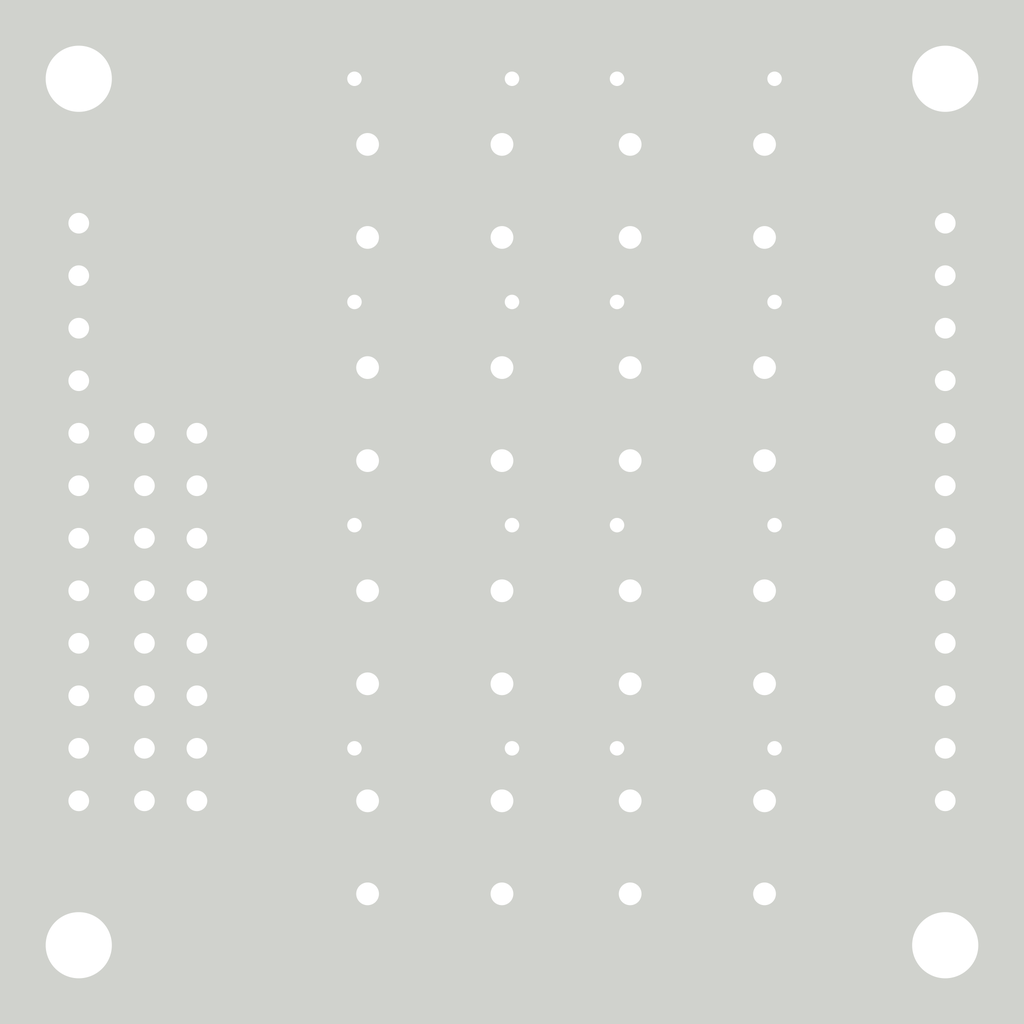
<source format=kicad_pcb>
(kicad_pcb (version 4) (host pcbnew 4.0.7+dfsg1-1~bpo9+1)

  (general
    (links 67)
    (no_connects 0)
    (area 0 0 0 0)
    (thickness 1.6)
    (drawings 10)
    (tracks 149)
    (zones 0)
    (modules 24)
    (nets 20)
  )

  (page A4)
  (layers
    (0 F.Cu signal)
    (31 B.Cu signal)
    (32 B.Adhes user)
    (33 F.Adhes user)
    (34 B.Paste user)
    (35 F.Paste user)
    (36 B.SilkS user)
    (37 F.SilkS user)
    (38 B.Mask user)
    (39 F.Mask user)
    (40 Dwgs.User user)
    (41 Cmts.User user)
    (42 Eco1.User user)
    (43 Eco2.User user)
    (44 Edge.Cuts user)
    (45 Margin user)
    (46 B.CrtYd user)
    (47 F.CrtYd user)
    (48 B.Fab user)
    (49 F.Fab user)
  )

  (setup
    (last_trace_width 0.25)
    (user_trace_width 0.5)
    (trace_clearance 0.2)
    (zone_clearance 0.508)
    (zone_45_only no)
    (trace_min 0.2)
    (segment_width 0.2)
    (edge_width 0.1)
    (via_size 0.6)
    (via_drill 0.4)
    (via_min_size 0.4)
    (via_min_drill 0.3)
    (uvia_size 0.3)
    (uvia_drill 0.1)
    (uvias_allowed no)
    (uvia_min_size 0.2)
    (uvia_min_drill 0.1)
    (pcb_text_width 0.3)
    (pcb_text_size 1.5 1.5)
    (mod_edge_width 0.15)
    (mod_text_size 1 1)
    (mod_text_width 0.15)
    (pad_size 1.5 1.5)
    (pad_drill 0.6)
    (pad_to_mask_clearance 0)
    (aux_axis_origin 0 0)
    (visible_elements FFFEFF7F)
    (pcbplotparams
      (layerselection 0x010f0_80000001)
      (usegerberextensions false)
      (excludeedgelayer true)
      (linewidth 0.100000)
      (plotframeref false)
      (viasonmask false)
      (mode 1)
      (useauxorigin false)
      (hpglpennumber 1)
      (hpglpenspeed 20)
      (hpglpendiameter 15)
      (hpglpenoverlay 2)
      (psnegative false)
      (psa4output false)
      (plotreference true)
      (plotvalue true)
      (plotinvisibletext false)
      (padsonsilk false)
      (subtractmaskfromsilk false)
      (outputformat 1)
      (mirror false)
      (drillshape 0)
      (scaleselection 1)
      (outputdirectory out/))
  )

  (net 0 "")
  (net 1 /VIN)
  (net 2 /VCC)
  (net 3 Earth)
  (net 4 /L0)
  (net 5 /L1)
  (net 6 /L2)
  (net 7 /L3)
  (net 8 /L4)
  (net 9 /L5)
  (net 10 /L6)
  (net 11 /L7)
  (net 12 "Net-(H2-Pad1)")
  (net 13 "Net-(H2-Pad2)")
  (net 14 "Net-(H2-Pad3)")
  (net 15 "Net-(H2-Pad4)")
  (net 16 "Net-(H2-Pad5)")
  (net 17 "Net-(H2-Pad6)")
  (net 18 "Net-(H2-Pad7)")
  (net 19 "Net-(H2-Pad8)")

  (net_class Default "This is the default net class."
    (clearance 0.2)
    (trace_width 0.25)
    (via_dia 0.6)
    (via_drill 0.4)
    (uvia_dia 0.3)
    (uvia_drill 0.1)
    (add_net /L0)
    (add_net /L1)
    (add_net /L2)
    (add_net /L3)
    (add_net /L4)
    (add_net /L5)
    (add_net /L6)
    (add_net /L7)
    (add_net /VCC)
    (add_net /VIN)
    (add_net Earth)
    (add_net "Net-(H2-Pad1)")
    (add_net "Net-(H2-Pad2)")
    (add_net "Net-(H2-Pad3)")
    (add_net "Net-(H2-Pad4)")
    (add_net "Net-(H2-Pad5)")
    (add_net "Net-(H2-Pad6)")
    (add_net "Net-(H2-Pad7)")
    (add_net "Net-(H2-Pad8)")
  )

  (module Mounting_Holes:MountingHole_3.2mm_M3 (layer F.Cu) (tedit 5AC2471D) (tstamp 5ACA4CBC)
    (at 128.27 86.36)
    (descr "Mounting Hole 3.2mm, no annular, M3")
    (tags "mounting hole 3.2mm no annular m3")
    (fp_text reference M3 (at 3.175 0) (layer F.Fab)
      (effects (font (size 1 1) (thickness 0.15)))
    )
    (fp_text value "" (at 0 4.2) (layer F.Fab) hide
      (effects (font (size 1 1) (thickness 0.15)))
    )
    (fp_circle (center 0 0) (end 3.2 0) (layer Cmts.User) (width 0.15))
    (fp_circle (center 0 0) (end 3.45 0) (layer F.CrtYd) (width 0.05))
    (pad 1 np_thru_hole circle (at 0 0) (size 3.2 3.2) (drill 3.2) (layers *.Cu *.Mask))
  )

  (module Mounting_Holes:MountingHole_3.2mm_M3 (layer F.Cu) (tedit 5AC24735) (tstamp 5ACA4CC9)
    (at 170.18 86.36)
    (descr "Mounting Hole 3.2mm, no annular, M3")
    (tags "mounting hole 3.2mm no annular m3")
    (fp_text reference M3 (at -3.175 0) (layer F.Fab)
      (effects (font (size 1 1) (thickness 0.15)))
    )
    (fp_text value "" (at 0 4.2) (layer F.Fab) hide
      (effects (font (size 1 1) (thickness 0.15)))
    )
    (fp_circle (center 0 0) (end 3.2 0) (layer Cmts.User) (width 0.15))
    (fp_circle (center 0 0) (end 3.45 0) (layer F.CrtYd) (width 0.05))
    (pad 1 np_thru_hole circle (at 0 0) (size 3.2 3.2) (drill 3.2) (layers *.Cu *.Mask))
  )

  (module Mounting_Holes:MountingHole_3.2mm_M3 (layer F.Cu) (tedit 5AC24739) (tstamp 5ACA4CD6)
    (at 170.18 128.27)
    (descr "Mounting Hole 3.2mm, no annular, M3")
    (tags "mounting hole 3.2mm no annular m3")
    (fp_text reference "" (at 0 -4.2) (layer F.SilkS) hide
      (effects (font (size 1 1) (thickness 0.15)))
    )
    (fp_text value M3 (at -3.175 0) (layer F.Fab)
      (effects (font (size 1 1) (thickness 0.15)))
    )
    (fp_circle (center 0 0) (end 3.2 0) (layer Cmts.User) (width 0.15))
    (fp_circle (center 0 0) (end 3.45 0) (layer F.CrtYd) (width 0.05))
    (pad 1 np_thru_hole circle (at 0 0) (size 3.2 3.2) (drill 3.2) (layers *.Cu *.Mask))
  )

  (module Mounting_Holes:MountingHole_3.2mm_M3 (layer F.Cu) (tedit 5AC24710) (tstamp 5ACA4CE3)
    (at 128.27 128.27)
    (descr "Mounting Hole 3.2mm, no annular, M3")
    (tags "mounting hole 3.2mm no annular m3")
    (fp_text reference "" (at 0 -4.2) (layer F.SilkS) hide
      (effects (font (size 1 1) (thickness 0.15)))
    )
    (fp_text value M3 (at 3.175 0) (layer F.Fab)
      (effects (font (size 1 1) (thickness 0.15)))
    )
    (fp_circle (center 0 0) (end 3.2 0) (layer Cmts.User) (width 0.15))
    (fp_circle (center 0 0) (end 3.45 0) (layer F.CrtYd) (width 0.05))
    (pad 1 np_thru_hole circle (at 0 0) (size 3.2 3.2) (drill 3.2) (layers *.Cu *.Mask))
  )

  (module Pin_Headers:Pin_Header_Straight_1x08_Pitch2.54mm (layer F.Cu) (tedit 5AE87C00) (tstamp 5AC25352)
    (at 131.445 103.505)
    (descr "Through hole straight pin header, 1x08, 2.54mm pitch, single row")
    (tags "Through hole pin header THT 1x08 2.54mm single row")
    (path /5AC24E38)
    (fp_text reference H1 (at 0 20.955) (layer F.Fab)
      (effects (font (size 1 1) (thickness 0.15)))
    )
    (fp_text value Choice (at 0 20.11) (layer F.Fab)
      (effects (font (size 1 1) (thickness 0.15)))
    )
    (fp_line (start -0.635 -1.27) (end 1.27 -1.27) (layer F.Fab) (width 0.1))
    (fp_line (start 1.27 -1.27) (end 1.27 19.05) (layer F.Fab) (width 0.1))
    (fp_line (start 1.27 19.05) (end -1.27 19.05) (layer F.Fab) (width 0.1))
    (fp_line (start -1.27 19.05) (end -1.27 -0.635) (layer F.Fab) (width 0.1))
    (fp_line (start -1.27 -0.635) (end -0.635 -1.27) (layer F.Fab) (width 0.1))
    (fp_line (start -1.33 19.11) (end 1.33 19.11) (layer F.SilkS) (width 0.12))
    (fp_line (start -1.33 1.27) (end -1.33 19.11) (layer F.SilkS) (width 0.12))
    (fp_line (start 1.33 1.27) (end 1.33 19.11) (layer F.SilkS) (width 0.12))
    (fp_line (start -1.33 1.27) (end 1.33 1.27) (layer F.SilkS) (width 0.12))
    (fp_line (start -1.33 0) (end -1.33 -1.33) (layer F.SilkS) (width 0.12))
    (fp_line (start -1.33 -1.33) (end 0 -1.33) (layer F.SilkS) (width 0.12))
    (fp_line (start -1.8 -1.8) (end -1.8 19.55) (layer F.CrtYd) (width 0.05))
    (fp_line (start -1.8 19.55) (end 1.8 19.55) (layer F.CrtYd) (width 0.05))
    (fp_line (start 1.8 19.55) (end 1.8 -1.8) (layer F.CrtYd) (width 0.05))
    (fp_line (start 1.8 -1.8) (end -1.8 -1.8) (layer F.CrtYd) (width 0.05))
    (fp_text user %R (at 0 8.89 90) (layer F.Fab)
      (effects (font (size 1 1) (thickness 0.15)))
    )
    (pad 1 thru_hole rect (at 0 0) (size 1.7 1.7) (drill 1) (layers *.Cu *.Mask)
      (net 4 /L0))
    (pad 2 thru_hole oval (at 0 2.54) (size 1.7 1.7) (drill 1) (layers *.Cu *.Mask)
      (net 5 /L1))
    (pad 3 thru_hole oval (at 0 5.08) (size 1.7 1.7) (drill 1) (layers *.Cu *.Mask)
      (net 6 /L2))
    (pad 4 thru_hole oval (at 0 7.62) (size 1.7 1.7) (drill 1) (layers *.Cu *.Mask)
      (net 7 /L3))
    (pad 5 thru_hole oval (at 0 10.16) (size 1.7 1.7) (drill 1) (layers *.Cu *.Mask)
      (net 8 /L4))
    (pad 6 thru_hole oval (at 0 12.7) (size 1.7 1.7) (drill 1) (layers *.Cu *.Mask)
      (net 9 /L5))
    (pad 7 thru_hole oval (at 0 15.24) (size 1.7 1.7) (drill 1) (layers *.Cu *.Mask)
      (net 10 /L6))
    (pad 8 thru_hole oval (at 0 17.78) (size 1.7 1.7) (drill 1) (layers *.Cu *.Mask)
      (net 11 /L7))
    (model ${KISYS3DMOD}/Pin_Headers.3dshapes/Pin_Header_Straight_1x08_Pitch2.54mm.wrl
      (at (xyz 0 0 0))
      (scale (xyz 1 1 1))
      (rotate (xyz 0 0 0))
    )
  )

  (module Pin_Headers:Pin_Header_Straight_1x08_Pitch2.54mm (layer F.Cu) (tedit 5AE87BFC) (tstamp 5AC2536E)
    (at 133.985 103.505)
    (descr "Through hole straight pin header, 1x08, 2.54mm pitch, single row")
    (tags "Through hole pin header THT 1x08 2.54mm single row")
    (path /5AC24EA5)
    (fp_text reference H2 (at 0 20.955) (layer F.Fab)
      (effects (font (size 1 1) (thickness 0.15)))
    )
    (fp_text value Select (at 0 20.11) (layer F.Fab)
      (effects (font (size 1 1) (thickness 0.15)))
    )
    (fp_line (start -0.635 -1.27) (end 1.27 -1.27) (layer F.Fab) (width 0.1))
    (fp_line (start 1.27 -1.27) (end 1.27 19.05) (layer F.Fab) (width 0.1))
    (fp_line (start 1.27 19.05) (end -1.27 19.05) (layer F.Fab) (width 0.1))
    (fp_line (start -1.27 19.05) (end -1.27 -0.635) (layer F.Fab) (width 0.1))
    (fp_line (start -1.27 -0.635) (end -0.635 -1.27) (layer F.Fab) (width 0.1))
    (fp_line (start -1.33 19.11) (end 1.33 19.11) (layer F.SilkS) (width 0.12))
    (fp_line (start -1.33 1.27) (end -1.33 19.11) (layer F.SilkS) (width 0.12))
    (fp_line (start 1.33 1.27) (end 1.33 19.11) (layer F.SilkS) (width 0.12))
    (fp_line (start -1.33 1.27) (end 1.33 1.27) (layer F.SilkS) (width 0.12))
    (fp_line (start -1.33 0) (end -1.33 -1.33) (layer F.SilkS) (width 0.12))
    (fp_line (start -1.33 -1.33) (end 0 -1.33) (layer F.SilkS) (width 0.12))
    (fp_line (start -1.8 -1.8) (end -1.8 19.55) (layer F.CrtYd) (width 0.05))
    (fp_line (start -1.8 19.55) (end 1.8 19.55) (layer F.CrtYd) (width 0.05))
    (fp_line (start 1.8 19.55) (end 1.8 -1.8) (layer F.CrtYd) (width 0.05))
    (fp_line (start 1.8 -1.8) (end -1.8 -1.8) (layer F.CrtYd) (width 0.05))
    (fp_text user %R (at 0 8.89 90) (layer F.Fab)
      (effects (font (size 1 1) (thickness 0.15)))
    )
    (pad 1 thru_hole rect (at 0 0) (size 1.7 1.7) (drill 1) (layers *.Cu *.Mask)
      (net 12 "Net-(H2-Pad1)"))
    (pad 2 thru_hole oval (at 0 2.54) (size 1.7 1.7) (drill 1) (layers *.Cu *.Mask)
      (net 13 "Net-(H2-Pad2)"))
    (pad 3 thru_hole oval (at 0 5.08) (size 1.7 1.7) (drill 1) (layers *.Cu *.Mask)
      (net 14 "Net-(H2-Pad3)"))
    (pad 4 thru_hole oval (at 0 7.62) (size 1.7 1.7) (drill 1) (layers *.Cu *.Mask)
      (net 15 "Net-(H2-Pad4)"))
    (pad 5 thru_hole oval (at 0 10.16) (size 1.7 1.7) (drill 1) (layers *.Cu *.Mask)
      (net 16 "Net-(H2-Pad5)"))
    (pad 6 thru_hole oval (at 0 12.7) (size 1.7 1.7) (drill 1) (layers *.Cu *.Mask)
      (net 17 "Net-(H2-Pad6)"))
    (pad 7 thru_hole oval (at 0 15.24) (size 1.7 1.7) (drill 1) (layers *.Cu *.Mask)
      (net 18 "Net-(H2-Pad7)"))
    (pad 8 thru_hole oval (at 0 17.78) (size 1.7 1.7) (drill 1) (layers *.Cu *.Mask)
      (net 19 "Net-(H2-Pad8)"))
    (model ${KISYS3DMOD}/Pin_Headers.3dshapes/Pin_Header_Straight_1x08_Pitch2.54mm.wrl
      (at (xyz 0 0 0))
      (scale (xyz 1 1 1))
      (rotate (xyz 0 0 0))
    )
  )

  (module Resistors_THT:R_Axial_DIN0204_L3.6mm_D1.6mm_P7.62mm_Horizontal (layer F.Cu) (tedit 5AC25AE2) (tstamp 5AC25384)
    (at 149.225 86.36 180)
    (descr "Resistor, Axial_DIN0204 series, Axial, Horizontal, pin pitch=7.62mm, 0.16666666666666666W = 1/6W, length*diameter=3.6*1.6mm^2, http://cdn-reichelt.de/documents/datenblatt/B400/1_4W%23YAG.pdf")
    (tags "Resistor Axial_DIN0204 series Axial Horizontal pin pitch 7.62mm 0.16666666666666666W = 1/6W length 3.6mm diameter 1.6mm")
    (path /5AC24EDA)
    (fp_text reference R0 (at 3.81 0 180) (layer F.SilkS)
      (effects (font (size 1 1) (thickness 0.15)))
    )
    (fp_text value 1K (at 3.81 1.86 180) (layer F.Fab)
      (effects (font (size 1 1) (thickness 0.15)))
    )
    (fp_line (start 2.01 -0.8) (end 2.01 0.8) (layer F.Fab) (width 0.1))
    (fp_line (start 2.01 0.8) (end 5.61 0.8) (layer F.Fab) (width 0.1))
    (fp_line (start 5.61 0.8) (end 5.61 -0.8) (layer F.Fab) (width 0.1))
    (fp_line (start 5.61 -0.8) (end 2.01 -0.8) (layer F.Fab) (width 0.1))
    (fp_line (start 0 0) (end 2.01 0) (layer F.Fab) (width 0.1))
    (fp_line (start 7.62 0) (end 5.61 0) (layer F.Fab) (width 0.1))
    (fp_line (start 1.95 -0.86) (end 1.95 0.86) (layer F.SilkS) (width 0.12))
    (fp_line (start 1.95 0.86) (end 5.67 0.86) (layer F.SilkS) (width 0.12))
    (fp_line (start 5.67 0.86) (end 5.67 -0.86) (layer F.SilkS) (width 0.12))
    (fp_line (start 5.67 -0.86) (end 1.95 -0.86) (layer F.SilkS) (width 0.12))
    (fp_line (start 0.88 0) (end 1.95 0) (layer F.SilkS) (width 0.12))
    (fp_line (start 6.74 0) (end 5.67 0) (layer F.SilkS) (width 0.12))
    (fp_line (start -0.95 -1.15) (end -0.95 1.15) (layer F.CrtYd) (width 0.05))
    (fp_line (start -0.95 1.15) (end 8.6 1.15) (layer F.CrtYd) (width 0.05))
    (fp_line (start 8.6 1.15) (end 8.6 -1.15) (layer F.CrtYd) (width 0.05))
    (fp_line (start 8.6 -1.15) (end -0.95 -1.15) (layer F.CrtYd) (width 0.05))
    (pad 1 thru_hole circle (at 0 0 180) (size 1.4 1.4) (drill 0.7) (layers *.Cu *.Mask)
      (net 2 /VCC))
    (pad 2 thru_hole oval (at 7.62 0 180) (size 1.4 1.4) (drill 0.7) (layers *.Cu *.Mask)
      (net 12 "Net-(H2-Pad1)"))
    (model ${KISYS3DMOD}/Resistors_THT.3dshapes/R_Axial_DIN0204_L3.6mm_D1.6mm_P7.62mm_Horizontal.wrl
      (at (xyz 0 0 0))
      (scale (xyz 0.393701 0.393701 0.393701))
      (rotate (xyz 0 0 0))
    )
  )

  (module Resistors_THT:R_Axial_DIN0204_L3.6mm_D1.6mm_P7.62mm_Horizontal (layer F.Cu) (tedit 5AC25AE5) (tstamp 5AC2539A)
    (at 154.305 86.36)
    (descr "Resistor, Axial_DIN0204 series, Axial, Horizontal, pin pitch=7.62mm, 0.16666666666666666W = 1/6W, length*diameter=3.6*1.6mm^2, http://cdn-reichelt.de/documents/datenblatt/B400/1_4W%23YAG.pdf")
    (tags "Resistor Axial_DIN0204 series Axial Horizontal pin pitch 7.62mm 0.16666666666666666W = 1/6W length 3.6mm diameter 1.6mm")
    (path /5AC250D4)
    (fp_text reference R1 (at 3.81 0) (layer F.SilkS)
      (effects (font (size 1 1) (thickness 0.15)))
    )
    (fp_text value 1K (at 3.81 1.86) (layer F.Fab)
      (effects (font (size 1 1) (thickness 0.15)))
    )
    (fp_line (start 2.01 -0.8) (end 2.01 0.8) (layer F.Fab) (width 0.1))
    (fp_line (start 2.01 0.8) (end 5.61 0.8) (layer F.Fab) (width 0.1))
    (fp_line (start 5.61 0.8) (end 5.61 -0.8) (layer F.Fab) (width 0.1))
    (fp_line (start 5.61 -0.8) (end 2.01 -0.8) (layer F.Fab) (width 0.1))
    (fp_line (start 0 0) (end 2.01 0) (layer F.Fab) (width 0.1))
    (fp_line (start 7.62 0) (end 5.61 0) (layer F.Fab) (width 0.1))
    (fp_line (start 1.95 -0.86) (end 1.95 0.86) (layer F.SilkS) (width 0.12))
    (fp_line (start 1.95 0.86) (end 5.67 0.86) (layer F.SilkS) (width 0.12))
    (fp_line (start 5.67 0.86) (end 5.67 -0.86) (layer F.SilkS) (width 0.12))
    (fp_line (start 5.67 -0.86) (end 1.95 -0.86) (layer F.SilkS) (width 0.12))
    (fp_line (start 0.88 0) (end 1.95 0) (layer F.SilkS) (width 0.12))
    (fp_line (start 6.74 0) (end 5.67 0) (layer F.SilkS) (width 0.12))
    (fp_line (start -0.95 -1.15) (end -0.95 1.15) (layer F.CrtYd) (width 0.05))
    (fp_line (start -0.95 1.15) (end 8.6 1.15) (layer F.CrtYd) (width 0.05))
    (fp_line (start 8.6 1.15) (end 8.6 -1.15) (layer F.CrtYd) (width 0.05))
    (fp_line (start 8.6 -1.15) (end -0.95 -1.15) (layer F.CrtYd) (width 0.05))
    (pad 1 thru_hole circle (at 0 0) (size 1.4 1.4) (drill 0.7) (layers *.Cu *.Mask)
      (net 2 /VCC))
    (pad 2 thru_hole oval (at 7.62 0) (size 1.4 1.4) (drill 0.7) (layers *.Cu *.Mask)
      (net 13 "Net-(H2-Pad2)"))
    (model ${KISYS3DMOD}/Resistors_THT.3dshapes/R_Axial_DIN0204_L3.6mm_D1.6mm_P7.62mm_Horizontal.wrl
      (at (xyz 0 0 0))
      (scale (xyz 0.393701 0.393701 0.393701))
      (rotate (xyz 0 0 0))
    )
  )

  (module Resistors_THT:R_Axial_DIN0204_L3.6mm_D1.6mm_P7.62mm_Horizontal (layer F.Cu) (tedit 5AC25AEB) (tstamp 5AC253B0)
    (at 149.225 97.155 180)
    (descr "Resistor, Axial_DIN0204 series, Axial, Horizontal, pin pitch=7.62mm, 0.16666666666666666W = 1/6W, length*diameter=3.6*1.6mm^2, http://cdn-reichelt.de/documents/datenblatt/B400/1_4W%23YAG.pdf")
    (tags "Resistor Axial_DIN0204 series Axial Horizontal pin pitch 7.62mm 0.16666666666666666W = 1/6W length 3.6mm diameter 1.6mm")
    (path /5AC25125)
    (fp_text reference R2 (at 3.81 0 180) (layer F.SilkS)
      (effects (font (size 1 1) (thickness 0.15)))
    )
    (fp_text value 1K (at 3.81 1.86 180) (layer F.Fab)
      (effects (font (size 1 1) (thickness 0.15)))
    )
    (fp_line (start 2.01 -0.8) (end 2.01 0.8) (layer F.Fab) (width 0.1))
    (fp_line (start 2.01 0.8) (end 5.61 0.8) (layer F.Fab) (width 0.1))
    (fp_line (start 5.61 0.8) (end 5.61 -0.8) (layer F.Fab) (width 0.1))
    (fp_line (start 5.61 -0.8) (end 2.01 -0.8) (layer F.Fab) (width 0.1))
    (fp_line (start 0 0) (end 2.01 0) (layer F.Fab) (width 0.1))
    (fp_line (start 7.62 0) (end 5.61 0) (layer F.Fab) (width 0.1))
    (fp_line (start 1.95 -0.86) (end 1.95 0.86) (layer F.SilkS) (width 0.12))
    (fp_line (start 1.95 0.86) (end 5.67 0.86) (layer F.SilkS) (width 0.12))
    (fp_line (start 5.67 0.86) (end 5.67 -0.86) (layer F.SilkS) (width 0.12))
    (fp_line (start 5.67 -0.86) (end 1.95 -0.86) (layer F.SilkS) (width 0.12))
    (fp_line (start 0.88 0) (end 1.95 0) (layer F.SilkS) (width 0.12))
    (fp_line (start 6.74 0) (end 5.67 0) (layer F.SilkS) (width 0.12))
    (fp_line (start -0.95 -1.15) (end -0.95 1.15) (layer F.CrtYd) (width 0.05))
    (fp_line (start -0.95 1.15) (end 8.6 1.15) (layer F.CrtYd) (width 0.05))
    (fp_line (start 8.6 1.15) (end 8.6 -1.15) (layer F.CrtYd) (width 0.05))
    (fp_line (start 8.6 -1.15) (end -0.95 -1.15) (layer F.CrtYd) (width 0.05))
    (pad 1 thru_hole circle (at 0 0 180) (size 1.4 1.4) (drill 0.7) (layers *.Cu *.Mask)
      (net 2 /VCC))
    (pad 2 thru_hole oval (at 7.62 0 180) (size 1.4 1.4) (drill 0.7) (layers *.Cu *.Mask)
      (net 14 "Net-(H2-Pad3)"))
    (model ${KISYS3DMOD}/Resistors_THT.3dshapes/R_Axial_DIN0204_L3.6mm_D1.6mm_P7.62mm_Horizontal.wrl
      (at (xyz 0 0 0))
      (scale (xyz 0.393701 0.393701 0.393701))
      (rotate (xyz 0 0 0))
    )
  )

  (module Resistors_THT:R_Axial_DIN0204_L3.6mm_D1.6mm_P7.62mm_Horizontal (layer F.Cu) (tedit 5AC25AE8) (tstamp 5AC253C6)
    (at 154.305 97.155)
    (descr "Resistor, Axial_DIN0204 series, Axial, Horizontal, pin pitch=7.62mm, 0.16666666666666666W = 1/6W, length*diameter=3.6*1.6mm^2, http://cdn-reichelt.de/documents/datenblatt/B400/1_4W%23YAG.pdf")
    (tags "Resistor Axial_DIN0204 series Axial Horizontal pin pitch 7.62mm 0.16666666666666666W = 1/6W length 3.6mm diameter 1.6mm")
    (path /5AC2514E)
    (fp_text reference R3 (at 3.81 0) (layer F.SilkS)
      (effects (font (size 1 1) (thickness 0.15)))
    )
    (fp_text value 1K (at 3.81 1.86) (layer F.Fab)
      (effects (font (size 1 1) (thickness 0.15)))
    )
    (fp_line (start 2.01 -0.8) (end 2.01 0.8) (layer F.Fab) (width 0.1))
    (fp_line (start 2.01 0.8) (end 5.61 0.8) (layer F.Fab) (width 0.1))
    (fp_line (start 5.61 0.8) (end 5.61 -0.8) (layer F.Fab) (width 0.1))
    (fp_line (start 5.61 -0.8) (end 2.01 -0.8) (layer F.Fab) (width 0.1))
    (fp_line (start 0 0) (end 2.01 0) (layer F.Fab) (width 0.1))
    (fp_line (start 7.62 0) (end 5.61 0) (layer F.Fab) (width 0.1))
    (fp_line (start 1.95 -0.86) (end 1.95 0.86) (layer F.SilkS) (width 0.12))
    (fp_line (start 1.95 0.86) (end 5.67 0.86) (layer F.SilkS) (width 0.12))
    (fp_line (start 5.67 0.86) (end 5.67 -0.86) (layer F.SilkS) (width 0.12))
    (fp_line (start 5.67 -0.86) (end 1.95 -0.86) (layer F.SilkS) (width 0.12))
    (fp_line (start 0.88 0) (end 1.95 0) (layer F.SilkS) (width 0.12))
    (fp_line (start 6.74 0) (end 5.67 0) (layer F.SilkS) (width 0.12))
    (fp_line (start -0.95 -1.15) (end -0.95 1.15) (layer F.CrtYd) (width 0.05))
    (fp_line (start -0.95 1.15) (end 8.6 1.15) (layer F.CrtYd) (width 0.05))
    (fp_line (start 8.6 1.15) (end 8.6 -1.15) (layer F.CrtYd) (width 0.05))
    (fp_line (start 8.6 -1.15) (end -0.95 -1.15) (layer F.CrtYd) (width 0.05))
    (pad 1 thru_hole circle (at 0 0) (size 1.4 1.4) (drill 0.7) (layers *.Cu *.Mask)
      (net 2 /VCC))
    (pad 2 thru_hole oval (at 7.62 0) (size 1.4 1.4) (drill 0.7) (layers *.Cu *.Mask)
      (net 15 "Net-(H2-Pad4)"))
    (model ${KISYS3DMOD}/Resistors_THT.3dshapes/R_Axial_DIN0204_L3.6mm_D1.6mm_P7.62mm_Horizontal.wrl
      (at (xyz 0 0 0))
      (scale (xyz 0.393701 0.393701 0.393701))
      (rotate (xyz 0 0 0))
    )
  )

  (module Resistors_THT:R_Axial_DIN0204_L3.6mm_D1.6mm_P7.62mm_Horizontal (layer F.Cu) (tedit 5AC25AEF) (tstamp 5AC253DC)
    (at 149.225 107.95 180)
    (descr "Resistor, Axial_DIN0204 series, Axial, Horizontal, pin pitch=7.62mm, 0.16666666666666666W = 1/6W, length*diameter=3.6*1.6mm^2, http://cdn-reichelt.de/documents/datenblatt/B400/1_4W%23YAG.pdf")
    (tags "Resistor Axial_DIN0204 series Axial Horizontal pin pitch 7.62mm 0.16666666666666666W = 1/6W length 3.6mm diameter 1.6mm")
    (path /5AC25189)
    (fp_text reference R4 (at 3.81 0 180) (layer F.SilkS)
      (effects (font (size 1 1) (thickness 0.15)))
    )
    (fp_text value 1K (at 3.81 1.86 180) (layer F.Fab)
      (effects (font (size 1 1) (thickness 0.15)))
    )
    (fp_line (start 2.01 -0.8) (end 2.01 0.8) (layer F.Fab) (width 0.1))
    (fp_line (start 2.01 0.8) (end 5.61 0.8) (layer F.Fab) (width 0.1))
    (fp_line (start 5.61 0.8) (end 5.61 -0.8) (layer F.Fab) (width 0.1))
    (fp_line (start 5.61 -0.8) (end 2.01 -0.8) (layer F.Fab) (width 0.1))
    (fp_line (start 0 0) (end 2.01 0) (layer F.Fab) (width 0.1))
    (fp_line (start 7.62 0) (end 5.61 0) (layer F.Fab) (width 0.1))
    (fp_line (start 1.95 -0.86) (end 1.95 0.86) (layer F.SilkS) (width 0.12))
    (fp_line (start 1.95 0.86) (end 5.67 0.86) (layer F.SilkS) (width 0.12))
    (fp_line (start 5.67 0.86) (end 5.67 -0.86) (layer F.SilkS) (width 0.12))
    (fp_line (start 5.67 -0.86) (end 1.95 -0.86) (layer F.SilkS) (width 0.12))
    (fp_line (start 0.88 0) (end 1.95 0) (layer F.SilkS) (width 0.12))
    (fp_line (start 6.74 0) (end 5.67 0) (layer F.SilkS) (width 0.12))
    (fp_line (start -0.95 -1.15) (end -0.95 1.15) (layer F.CrtYd) (width 0.05))
    (fp_line (start -0.95 1.15) (end 8.6 1.15) (layer F.CrtYd) (width 0.05))
    (fp_line (start 8.6 1.15) (end 8.6 -1.15) (layer F.CrtYd) (width 0.05))
    (fp_line (start 8.6 -1.15) (end -0.95 -1.15) (layer F.CrtYd) (width 0.05))
    (pad 1 thru_hole circle (at 0 0 180) (size 1.4 1.4) (drill 0.7) (layers *.Cu *.Mask)
      (net 2 /VCC))
    (pad 2 thru_hole oval (at 7.62 0 180) (size 1.4 1.4) (drill 0.7) (layers *.Cu *.Mask)
      (net 16 "Net-(H2-Pad5)"))
    (model ${KISYS3DMOD}/Resistors_THT.3dshapes/R_Axial_DIN0204_L3.6mm_D1.6mm_P7.62mm_Horizontal.wrl
      (at (xyz 0 0 0))
      (scale (xyz 0.393701 0.393701 0.393701))
      (rotate (xyz 0 0 0))
    )
  )

  (module Resistors_THT:R_Axial_DIN0204_L3.6mm_D1.6mm_P7.62mm_Horizontal (layer F.Cu) (tedit 5AC25AF2) (tstamp 5AC253F2)
    (at 154.305 107.95)
    (descr "Resistor, Axial_DIN0204 series, Axial, Horizontal, pin pitch=7.62mm, 0.16666666666666666W = 1/6W, length*diameter=3.6*1.6mm^2, http://cdn-reichelt.de/documents/datenblatt/B400/1_4W%23YAG.pdf")
    (tags "Resistor Axial_DIN0204 series Axial Horizontal pin pitch 7.62mm 0.16666666666666666W = 1/6W length 3.6mm diameter 1.6mm")
    (path /5AC251BC)
    (fp_text reference R5 (at 3.81 0) (layer F.SilkS)
      (effects (font (size 1 1) (thickness 0.15)))
    )
    (fp_text value 1K (at 3.81 1.86) (layer F.Fab)
      (effects (font (size 1 1) (thickness 0.15)))
    )
    (fp_line (start 2.01 -0.8) (end 2.01 0.8) (layer F.Fab) (width 0.1))
    (fp_line (start 2.01 0.8) (end 5.61 0.8) (layer F.Fab) (width 0.1))
    (fp_line (start 5.61 0.8) (end 5.61 -0.8) (layer F.Fab) (width 0.1))
    (fp_line (start 5.61 -0.8) (end 2.01 -0.8) (layer F.Fab) (width 0.1))
    (fp_line (start 0 0) (end 2.01 0) (layer F.Fab) (width 0.1))
    (fp_line (start 7.62 0) (end 5.61 0) (layer F.Fab) (width 0.1))
    (fp_line (start 1.95 -0.86) (end 1.95 0.86) (layer F.SilkS) (width 0.12))
    (fp_line (start 1.95 0.86) (end 5.67 0.86) (layer F.SilkS) (width 0.12))
    (fp_line (start 5.67 0.86) (end 5.67 -0.86) (layer F.SilkS) (width 0.12))
    (fp_line (start 5.67 -0.86) (end 1.95 -0.86) (layer F.SilkS) (width 0.12))
    (fp_line (start 0.88 0) (end 1.95 0) (layer F.SilkS) (width 0.12))
    (fp_line (start 6.74 0) (end 5.67 0) (layer F.SilkS) (width 0.12))
    (fp_line (start -0.95 -1.15) (end -0.95 1.15) (layer F.CrtYd) (width 0.05))
    (fp_line (start -0.95 1.15) (end 8.6 1.15) (layer F.CrtYd) (width 0.05))
    (fp_line (start 8.6 1.15) (end 8.6 -1.15) (layer F.CrtYd) (width 0.05))
    (fp_line (start 8.6 -1.15) (end -0.95 -1.15) (layer F.CrtYd) (width 0.05))
    (pad 1 thru_hole circle (at 0 0) (size 1.4 1.4) (drill 0.7) (layers *.Cu *.Mask)
      (net 2 /VCC))
    (pad 2 thru_hole oval (at 7.62 0) (size 1.4 1.4) (drill 0.7) (layers *.Cu *.Mask)
      (net 17 "Net-(H2-Pad6)"))
    (model ${KISYS3DMOD}/Resistors_THT.3dshapes/R_Axial_DIN0204_L3.6mm_D1.6mm_P7.62mm_Horizontal.wrl
      (at (xyz 0 0 0))
      (scale (xyz 0.393701 0.393701 0.393701))
      (rotate (xyz 0 0 0))
    )
  )

  (module Resistors_THT:R_Axial_DIN0204_L3.6mm_D1.6mm_P7.62mm_Horizontal (layer F.Cu) (tedit 5AC25AFC) (tstamp 5AC25408)
    (at 149.225 118.745 180)
    (descr "Resistor, Axial_DIN0204 series, Axial, Horizontal, pin pitch=7.62mm, 0.16666666666666666W = 1/6W, length*diameter=3.6*1.6mm^2, http://cdn-reichelt.de/documents/datenblatt/B400/1_4W%23YAG.pdf")
    (tags "Resistor Axial_DIN0204 series Axial Horizontal pin pitch 7.62mm 0.16666666666666666W = 1/6W length 3.6mm diameter 1.6mm")
    (path /5AC251EB)
    (fp_text reference R6 (at 3.81 0 180) (layer F.SilkS)
      (effects (font (size 1 1) (thickness 0.15)))
    )
    (fp_text value 1K (at 3.81 1.86 180) (layer F.Fab)
      (effects (font (size 1 1) (thickness 0.15)))
    )
    (fp_line (start 2.01 -0.8) (end 2.01 0.8) (layer F.Fab) (width 0.1))
    (fp_line (start 2.01 0.8) (end 5.61 0.8) (layer F.Fab) (width 0.1))
    (fp_line (start 5.61 0.8) (end 5.61 -0.8) (layer F.Fab) (width 0.1))
    (fp_line (start 5.61 -0.8) (end 2.01 -0.8) (layer F.Fab) (width 0.1))
    (fp_line (start 0 0) (end 2.01 0) (layer F.Fab) (width 0.1))
    (fp_line (start 7.62 0) (end 5.61 0) (layer F.Fab) (width 0.1))
    (fp_line (start 1.95 -0.86) (end 1.95 0.86) (layer F.SilkS) (width 0.12))
    (fp_line (start 1.95 0.86) (end 5.67 0.86) (layer F.SilkS) (width 0.12))
    (fp_line (start 5.67 0.86) (end 5.67 -0.86) (layer F.SilkS) (width 0.12))
    (fp_line (start 5.67 -0.86) (end 1.95 -0.86) (layer F.SilkS) (width 0.12))
    (fp_line (start 0.88 0) (end 1.95 0) (layer F.SilkS) (width 0.12))
    (fp_line (start 6.74 0) (end 5.67 0) (layer F.SilkS) (width 0.12))
    (fp_line (start -0.95 -1.15) (end -0.95 1.15) (layer F.CrtYd) (width 0.05))
    (fp_line (start -0.95 1.15) (end 8.6 1.15) (layer F.CrtYd) (width 0.05))
    (fp_line (start 8.6 1.15) (end 8.6 -1.15) (layer F.CrtYd) (width 0.05))
    (fp_line (start 8.6 -1.15) (end -0.95 -1.15) (layer F.CrtYd) (width 0.05))
    (pad 1 thru_hole circle (at 0 0 180) (size 1.4 1.4) (drill 0.7) (layers *.Cu *.Mask)
      (net 2 /VCC))
    (pad 2 thru_hole oval (at 7.62 0 180) (size 1.4 1.4) (drill 0.7) (layers *.Cu *.Mask)
      (net 18 "Net-(H2-Pad7)"))
    (model ${KISYS3DMOD}/Resistors_THT.3dshapes/R_Axial_DIN0204_L3.6mm_D1.6mm_P7.62mm_Horizontal.wrl
      (at (xyz 0 0 0))
      (scale (xyz 0.393701 0.393701 0.393701))
      (rotate (xyz 0 0 0))
    )
  )

  (module Resistors_THT:R_Axial_DIN0204_L3.6mm_D1.6mm_P7.62mm_Horizontal (layer F.Cu) (tedit 5AC25AF9) (tstamp 5AC2541E)
    (at 154.305 118.745)
    (descr "Resistor, Axial_DIN0204 series, Axial, Horizontal, pin pitch=7.62mm, 0.16666666666666666W = 1/6W, length*diameter=3.6*1.6mm^2, http://cdn-reichelt.de/documents/datenblatt/B400/1_4W%23YAG.pdf")
    (tags "Resistor Axial_DIN0204 series Axial Horizontal pin pitch 7.62mm 0.16666666666666666W = 1/6W length 3.6mm diameter 1.6mm")
    (path /5AC2521E)
    (fp_text reference R7 (at 3.81 0) (layer F.SilkS)
      (effects (font (size 1 1) (thickness 0.15)))
    )
    (fp_text value 1K (at 3.81 1.86) (layer F.Fab)
      (effects (font (size 1 1) (thickness 0.15)))
    )
    (fp_line (start 2.01 -0.8) (end 2.01 0.8) (layer F.Fab) (width 0.1))
    (fp_line (start 2.01 0.8) (end 5.61 0.8) (layer F.Fab) (width 0.1))
    (fp_line (start 5.61 0.8) (end 5.61 -0.8) (layer F.Fab) (width 0.1))
    (fp_line (start 5.61 -0.8) (end 2.01 -0.8) (layer F.Fab) (width 0.1))
    (fp_line (start 0 0) (end 2.01 0) (layer F.Fab) (width 0.1))
    (fp_line (start 7.62 0) (end 5.61 0) (layer F.Fab) (width 0.1))
    (fp_line (start 1.95 -0.86) (end 1.95 0.86) (layer F.SilkS) (width 0.12))
    (fp_line (start 1.95 0.86) (end 5.67 0.86) (layer F.SilkS) (width 0.12))
    (fp_line (start 5.67 0.86) (end 5.67 -0.86) (layer F.SilkS) (width 0.12))
    (fp_line (start 5.67 -0.86) (end 1.95 -0.86) (layer F.SilkS) (width 0.12))
    (fp_line (start 0.88 0) (end 1.95 0) (layer F.SilkS) (width 0.12))
    (fp_line (start 6.74 0) (end 5.67 0) (layer F.SilkS) (width 0.12))
    (fp_line (start -0.95 -1.15) (end -0.95 1.15) (layer F.CrtYd) (width 0.05))
    (fp_line (start -0.95 1.15) (end 8.6 1.15) (layer F.CrtYd) (width 0.05))
    (fp_line (start 8.6 1.15) (end 8.6 -1.15) (layer F.CrtYd) (width 0.05))
    (fp_line (start 8.6 -1.15) (end -0.95 -1.15) (layer F.CrtYd) (width 0.05))
    (pad 1 thru_hole circle (at 0 0) (size 1.4 1.4) (drill 0.7) (layers *.Cu *.Mask)
      (net 2 /VCC))
    (pad 2 thru_hole oval (at 7.62 0) (size 1.4 1.4) (drill 0.7) (layers *.Cu *.Mask)
      (net 19 "Net-(H2-Pad8)"))
    (model ${KISYS3DMOD}/Resistors_THT.3dshapes/R_Axial_DIN0204_L3.6mm_D1.6mm_P7.62mm_Horizontal.wrl
      (at (xyz 0 0 0))
      (scale (xyz 0.393701 0.393701 0.393701))
      (rotate (xyz 0 0 0))
    )
  )

  (module Buttons_Switches_THT:SW_PUSH_6mm (layer F.Cu) (tedit 5AC25A66) (tstamp 5AC2543D)
    (at 142.24 89.535)
    (descr https://www.omron.com/ecb/products/pdf/en-b3f.pdf)
    (tags "tact sw push 6mm")
    (path /5AC24D69)
    (fp_text reference SW1 (at 3.175 2.54) (layer F.SilkS)
      (effects (font (size 1 1) (thickness 0.15)))
    )
    (fp_text value SW_Push (at 3.75 6.7) (layer F.Fab)
      (effects (font (size 1 1) (thickness 0.15)))
    )
    (fp_text user %R (at 3.25 2.25) (layer F.Fab)
      (effects (font (size 1 1) (thickness 0.15)))
    )
    (fp_line (start 3.25 -0.75) (end 6.25 -0.75) (layer F.Fab) (width 0.1))
    (fp_line (start 6.25 -0.75) (end 6.25 5.25) (layer F.Fab) (width 0.1))
    (fp_line (start 6.25 5.25) (end 0.25 5.25) (layer F.Fab) (width 0.1))
    (fp_line (start 0.25 5.25) (end 0.25 -0.75) (layer F.Fab) (width 0.1))
    (fp_line (start 0.25 -0.75) (end 3.25 -0.75) (layer F.Fab) (width 0.1))
    (fp_line (start 7.75 6) (end 8 6) (layer F.CrtYd) (width 0.05))
    (fp_line (start 8 6) (end 8 5.75) (layer F.CrtYd) (width 0.05))
    (fp_line (start 7.75 -1.5) (end 8 -1.5) (layer F.CrtYd) (width 0.05))
    (fp_line (start 8 -1.5) (end 8 -1.25) (layer F.CrtYd) (width 0.05))
    (fp_line (start -1.5 -1.25) (end -1.5 -1.5) (layer F.CrtYd) (width 0.05))
    (fp_line (start -1.5 -1.5) (end -1.25 -1.5) (layer F.CrtYd) (width 0.05))
    (fp_line (start -1.5 5.75) (end -1.5 6) (layer F.CrtYd) (width 0.05))
    (fp_line (start -1.5 6) (end -1.25 6) (layer F.CrtYd) (width 0.05))
    (fp_line (start -1.25 -1.5) (end 7.75 -1.5) (layer F.CrtYd) (width 0.05))
    (fp_line (start -1.5 5.75) (end -1.5 -1.25) (layer F.CrtYd) (width 0.05))
    (fp_line (start 7.75 6) (end -1.25 6) (layer F.CrtYd) (width 0.05))
    (fp_line (start 8 -1.25) (end 8 5.75) (layer F.CrtYd) (width 0.05))
    (fp_line (start 1 5.5) (end 5.5 5.5) (layer F.SilkS) (width 0.12))
    (fp_line (start -0.25 1.5) (end -0.25 3) (layer F.SilkS) (width 0.12))
    (fp_line (start 5.5 -1) (end 1 -1) (layer F.SilkS) (width 0.12))
    (fp_line (start 6.75 3) (end 6.75 1.5) (layer F.SilkS) (width 0.12))
    (fp_circle (center 3.25 2.25) (end 1.25 2.5) (layer F.Fab) (width 0.1))
    (pad 2 thru_hole circle (at 0 4.5 90) (size 2 2) (drill 1.1) (layers *.Cu *.Mask)
      (net 3 Earth))
    (pad 1 thru_hole circle (at 0 0 90) (size 2 2) (drill 1.1) (layers *.Cu *.Mask)
      (net 12 "Net-(H2-Pad1)"))
    (pad 2 thru_hole circle (at 6.5 4.5 90) (size 2 2) (drill 1.1) (layers *.Cu *.Mask)
      (net 3 Earth))
    (pad 1 thru_hole circle (at 6.5 0 90) (size 2 2) (drill 1.1) (layers *.Cu *.Mask)
      (net 12 "Net-(H2-Pad1)"))
    (model ${KISYS3DMOD}/Buttons_Switches_THT.3dshapes/SW_PUSH_6mm.wrl
      (at (xyz 0.005 0 0))
      (scale (xyz 0.3937 0.3937 0.3937))
      (rotate (xyz 0 0 0))
    )
  )

  (module Buttons_Switches_THT:SW_PUSH_6mm (layer F.Cu) (tedit 5AC25A61) (tstamp 5AC2545C)
    (at 154.94 89.535)
    (descr https://www.omron.com/ecb/products/pdf/en-b3f.pdf)
    (tags "tact sw push 6mm")
    (path /5AC25251)
    (fp_text reference SW2 (at 3.175 2.54) (layer F.SilkS)
      (effects (font (size 1 1) (thickness 0.15)))
    )
    (fp_text value SW_Push (at 3.75 6.7) (layer F.Fab)
      (effects (font (size 1 1) (thickness 0.15)))
    )
    (fp_text user %R (at 3.25 2.25) (layer F.Fab)
      (effects (font (size 1 1) (thickness 0.15)))
    )
    (fp_line (start 3.25 -0.75) (end 6.25 -0.75) (layer F.Fab) (width 0.1))
    (fp_line (start 6.25 -0.75) (end 6.25 5.25) (layer F.Fab) (width 0.1))
    (fp_line (start 6.25 5.25) (end 0.25 5.25) (layer F.Fab) (width 0.1))
    (fp_line (start 0.25 5.25) (end 0.25 -0.75) (layer F.Fab) (width 0.1))
    (fp_line (start 0.25 -0.75) (end 3.25 -0.75) (layer F.Fab) (width 0.1))
    (fp_line (start 7.75 6) (end 8 6) (layer F.CrtYd) (width 0.05))
    (fp_line (start 8 6) (end 8 5.75) (layer F.CrtYd) (width 0.05))
    (fp_line (start 7.75 -1.5) (end 8 -1.5) (layer F.CrtYd) (width 0.05))
    (fp_line (start 8 -1.5) (end 8 -1.25) (layer F.CrtYd) (width 0.05))
    (fp_line (start -1.5 -1.25) (end -1.5 -1.5) (layer F.CrtYd) (width 0.05))
    (fp_line (start -1.5 -1.5) (end -1.25 -1.5) (layer F.CrtYd) (width 0.05))
    (fp_line (start -1.5 5.75) (end -1.5 6) (layer F.CrtYd) (width 0.05))
    (fp_line (start -1.5 6) (end -1.25 6) (layer F.CrtYd) (width 0.05))
    (fp_line (start -1.25 -1.5) (end 7.75 -1.5) (layer F.CrtYd) (width 0.05))
    (fp_line (start -1.5 5.75) (end -1.5 -1.25) (layer F.CrtYd) (width 0.05))
    (fp_line (start 7.75 6) (end -1.25 6) (layer F.CrtYd) (width 0.05))
    (fp_line (start 8 -1.25) (end 8 5.75) (layer F.CrtYd) (width 0.05))
    (fp_line (start 1 5.5) (end 5.5 5.5) (layer F.SilkS) (width 0.12))
    (fp_line (start -0.25 1.5) (end -0.25 3) (layer F.SilkS) (width 0.12))
    (fp_line (start 5.5 -1) (end 1 -1) (layer F.SilkS) (width 0.12))
    (fp_line (start 6.75 3) (end 6.75 1.5) (layer F.SilkS) (width 0.12))
    (fp_circle (center 3.25 2.25) (end 1.25 2.5) (layer F.Fab) (width 0.1))
    (pad 2 thru_hole circle (at 0 4.5 90) (size 2 2) (drill 1.1) (layers *.Cu *.Mask)
      (net 3 Earth))
    (pad 1 thru_hole circle (at 0 0 90) (size 2 2) (drill 1.1) (layers *.Cu *.Mask)
      (net 13 "Net-(H2-Pad2)"))
    (pad 2 thru_hole circle (at 6.5 4.5 90) (size 2 2) (drill 1.1) (layers *.Cu *.Mask)
      (net 3 Earth))
    (pad 1 thru_hole circle (at 6.5 0 90) (size 2 2) (drill 1.1) (layers *.Cu *.Mask)
      (net 13 "Net-(H2-Pad2)"))
    (model ${KISYS3DMOD}/Buttons_Switches_THT.3dshapes/SW_PUSH_6mm.wrl
      (at (xyz 0.005 0 0))
      (scale (xyz 0.3937 0.3937 0.3937))
      (rotate (xyz 0 0 0))
    )
  )

  (module Buttons_Switches_THT:SW_PUSH_6mm (layer F.Cu) (tedit 5AC25A6C) (tstamp 5AC2547B)
    (at 142.24 100.33)
    (descr https://www.omron.com/ecb/products/pdf/en-b3f.pdf)
    (tags "tact sw push 6mm")
    (path /5AC25294)
    (fp_text reference SW3 (at 3.175 2.54) (layer F.SilkS)
      (effects (font (size 1 1) (thickness 0.15)))
    )
    (fp_text value SW_Push (at 3.75 6.7) (layer F.Fab)
      (effects (font (size 1 1) (thickness 0.15)))
    )
    (fp_text user %R (at 3.25 2.25) (layer F.Fab)
      (effects (font (size 1 1) (thickness 0.15)))
    )
    (fp_line (start 3.25 -0.75) (end 6.25 -0.75) (layer F.Fab) (width 0.1))
    (fp_line (start 6.25 -0.75) (end 6.25 5.25) (layer F.Fab) (width 0.1))
    (fp_line (start 6.25 5.25) (end 0.25 5.25) (layer F.Fab) (width 0.1))
    (fp_line (start 0.25 5.25) (end 0.25 -0.75) (layer F.Fab) (width 0.1))
    (fp_line (start 0.25 -0.75) (end 3.25 -0.75) (layer F.Fab) (width 0.1))
    (fp_line (start 7.75 6) (end 8 6) (layer F.CrtYd) (width 0.05))
    (fp_line (start 8 6) (end 8 5.75) (layer F.CrtYd) (width 0.05))
    (fp_line (start 7.75 -1.5) (end 8 -1.5) (layer F.CrtYd) (width 0.05))
    (fp_line (start 8 -1.5) (end 8 -1.25) (layer F.CrtYd) (width 0.05))
    (fp_line (start -1.5 -1.25) (end -1.5 -1.5) (layer F.CrtYd) (width 0.05))
    (fp_line (start -1.5 -1.5) (end -1.25 -1.5) (layer F.CrtYd) (width 0.05))
    (fp_line (start -1.5 5.75) (end -1.5 6) (layer F.CrtYd) (width 0.05))
    (fp_line (start -1.5 6) (end -1.25 6) (layer F.CrtYd) (width 0.05))
    (fp_line (start -1.25 -1.5) (end 7.75 -1.5) (layer F.CrtYd) (width 0.05))
    (fp_line (start -1.5 5.75) (end -1.5 -1.25) (layer F.CrtYd) (width 0.05))
    (fp_line (start 7.75 6) (end -1.25 6) (layer F.CrtYd) (width 0.05))
    (fp_line (start 8 -1.25) (end 8 5.75) (layer F.CrtYd) (width 0.05))
    (fp_line (start 1 5.5) (end 5.5 5.5) (layer F.SilkS) (width 0.12))
    (fp_line (start -0.25 1.5) (end -0.25 3) (layer F.SilkS) (width 0.12))
    (fp_line (start 5.5 -1) (end 1 -1) (layer F.SilkS) (width 0.12))
    (fp_line (start 6.75 3) (end 6.75 1.5) (layer F.SilkS) (width 0.12))
    (fp_circle (center 3.25 2.25) (end 1.25 2.5) (layer F.Fab) (width 0.1))
    (pad 2 thru_hole circle (at 0 4.5 90) (size 2 2) (drill 1.1) (layers *.Cu *.Mask)
      (net 3 Earth))
    (pad 1 thru_hole circle (at 0 0 90) (size 2 2) (drill 1.1) (layers *.Cu *.Mask)
      (net 14 "Net-(H2-Pad3)"))
    (pad 2 thru_hole circle (at 6.5 4.5 90) (size 2 2) (drill 1.1) (layers *.Cu *.Mask)
      (net 3 Earth))
    (pad 1 thru_hole circle (at 6.5 0 90) (size 2 2) (drill 1.1) (layers *.Cu *.Mask)
      (net 14 "Net-(H2-Pad3)"))
    (model ${KISYS3DMOD}/Buttons_Switches_THT.3dshapes/SW_PUSH_6mm.wrl
      (at (xyz 0.005 0 0))
      (scale (xyz 0.3937 0.3937 0.3937))
      (rotate (xyz 0 0 0))
    )
  )

  (module Buttons_Switches_THT:SW_PUSH_6mm (layer F.Cu) (tedit 5AC25A70) (tstamp 5AC2549A)
    (at 154.94 100.33)
    (descr https://www.omron.com/ecb/products/pdf/en-b3f.pdf)
    (tags "tact sw push 6mm")
    (path /5AC252CD)
    (fp_text reference SW4 (at 3.175 2.54) (layer F.SilkS)
      (effects (font (size 1 1) (thickness 0.15)))
    )
    (fp_text value SW_Push (at 3.75 6.7) (layer F.Fab)
      (effects (font (size 1 1) (thickness 0.15)))
    )
    (fp_text user %R (at 3.25 2.25) (layer F.Fab)
      (effects (font (size 1 1) (thickness 0.15)))
    )
    (fp_line (start 3.25 -0.75) (end 6.25 -0.75) (layer F.Fab) (width 0.1))
    (fp_line (start 6.25 -0.75) (end 6.25 5.25) (layer F.Fab) (width 0.1))
    (fp_line (start 6.25 5.25) (end 0.25 5.25) (layer F.Fab) (width 0.1))
    (fp_line (start 0.25 5.25) (end 0.25 -0.75) (layer F.Fab) (width 0.1))
    (fp_line (start 0.25 -0.75) (end 3.25 -0.75) (layer F.Fab) (width 0.1))
    (fp_line (start 7.75 6) (end 8 6) (layer F.CrtYd) (width 0.05))
    (fp_line (start 8 6) (end 8 5.75) (layer F.CrtYd) (width 0.05))
    (fp_line (start 7.75 -1.5) (end 8 -1.5) (layer F.CrtYd) (width 0.05))
    (fp_line (start 8 -1.5) (end 8 -1.25) (layer F.CrtYd) (width 0.05))
    (fp_line (start -1.5 -1.25) (end -1.5 -1.5) (layer F.CrtYd) (width 0.05))
    (fp_line (start -1.5 -1.5) (end -1.25 -1.5) (layer F.CrtYd) (width 0.05))
    (fp_line (start -1.5 5.75) (end -1.5 6) (layer F.CrtYd) (width 0.05))
    (fp_line (start -1.5 6) (end -1.25 6) (layer F.CrtYd) (width 0.05))
    (fp_line (start -1.25 -1.5) (end 7.75 -1.5) (layer F.CrtYd) (width 0.05))
    (fp_line (start -1.5 5.75) (end -1.5 -1.25) (layer F.CrtYd) (width 0.05))
    (fp_line (start 7.75 6) (end -1.25 6) (layer F.CrtYd) (width 0.05))
    (fp_line (start 8 -1.25) (end 8 5.75) (layer F.CrtYd) (width 0.05))
    (fp_line (start 1 5.5) (end 5.5 5.5) (layer F.SilkS) (width 0.12))
    (fp_line (start -0.25 1.5) (end -0.25 3) (layer F.SilkS) (width 0.12))
    (fp_line (start 5.5 -1) (end 1 -1) (layer F.SilkS) (width 0.12))
    (fp_line (start 6.75 3) (end 6.75 1.5) (layer F.SilkS) (width 0.12))
    (fp_circle (center 3.25 2.25) (end 1.25 2.5) (layer F.Fab) (width 0.1))
    (pad 2 thru_hole circle (at 0 4.5 90) (size 2 2) (drill 1.1) (layers *.Cu *.Mask)
      (net 3 Earth))
    (pad 1 thru_hole circle (at 0 0 90) (size 2 2) (drill 1.1) (layers *.Cu *.Mask)
      (net 15 "Net-(H2-Pad4)"))
    (pad 2 thru_hole circle (at 6.5 4.5 90) (size 2 2) (drill 1.1) (layers *.Cu *.Mask)
      (net 3 Earth))
    (pad 1 thru_hole circle (at 6.5 0 90) (size 2 2) (drill 1.1) (layers *.Cu *.Mask)
      (net 15 "Net-(H2-Pad4)"))
    (model ${KISYS3DMOD}/Buttons_Switches_THT.3dshapes/SW_PUSH_6mm.wrl
      (at (xyz 0.005 0 0))
      (scale (xyz 0.3937 0.3937 0.3937))
      (rotate (xyz 0 0 0))
    )
  )

  (module Buttons_Switches_THT:SW_PUSH_6mm (layer F.Cu) (tedit 5AC25A77) (tstamp 5AC254B9)
    (at 142.24 111.125)
    (descr https://www.omron.com/ecb/products/pdf/en-b3f.pdf)
    (tags "tact sw push 6mm")
    (path /5AC25306)
    (fp_text reference SW5 (at 3.175 2.54) (layer F.SilkS)
      (effects (font (size 1 1) (thickness 0.15)))
    )
    (fp_text value SW_Push (at 3.75 6.7) (layer F.Fab)
      (effects (font (size 1 1) (thickness 0.15)))
    )
    (fp_text user %R (at 3.25 2.25) (layer F.Fab)
      (effects (font (size 1 1) (thickness 0.15)))
    )
    (fp_line (start 3.25 -0.75) (end 6.25 -0.75) (layer F.Fab) (width 0.1))
    (fp_line (start 6.25 -0.75) (end 6.25 5.25) (layer F.Fab) (width 0.1))
    (fp_line (start 6.25 5.25) (end 0.25 5.25) (layer F.Fab) (width 0.1))
    (fp_line (start 0.25 5.25) (end 0.25 -0.75) (layer F.Fab) (width 0.1))
    (fp_line (start 0.25 -0.75) (end 3.25 -0.75) (layer F.Fab) (width 0.1))
    (fp_line (start 7.75 6) (end 8 6) (layer F.CrtYd) (width 0.05))
    (fp_line (start 8 6) (end 8 5.75) (layer F.CrtYd) (width 0.05))
    (fp_line (start 7.75 -1.5) (end 8 -1.5) (layer F.CrtYd) (width 0.05))
    (fp_line (start 8 -1.5) (end 8 -1.25) (layer F.CrtYd) (width 0.05))
    (fp_line (start -1.5 -1.25) (end -1.5 -1.5) (layer F.CrtYd) (width 0.05))
    (fp_line (start -1.5 -1.5) (end -1.25 -1.5) (layer F.CrtYd) (width 0.05))
    (fp_line (start -1.5 5.75) (end -1.5 6) (layer F.CrtYd) (width 0.05))
    (fp_line (start -1.5 6) (end -1.25 6) (layer F.CrtYd) (width 0.05))
    (fp_line (start -1.25 -1.5) (end 7.75 -1.5) (layer F.CrtYd) (width 0.05))
    (fp_line (start -1.5 5.75) (end -1.5 -1.25) (layer F.CrtYd) (width 0.05))
    (fp_line (start 7.75 6) (end -1.25 6) (layer F.CrtYd) (width 0.05))
    (fp_line (start 8 -1.25) (end 8 5.75) (layer F.CrtYd) (width 0.05))
    (fp_line (start 1 5.5) (end 5.5 5.5) (layer F.SilkS) (width 0.12))
    (fp_line (start -0.25 1.5) (end -0.25 3) (layer F.SilkS) (width 0.12))
    (fp_line (start 5.5 -1) (end 1 -1) (layer F.SilkS) (width 0.12))
    (fp_line (start 6.75 3) (end 6.75 1.5) (layer F.SilkS) (width 0.12))
    (fp_circle (center 3.25 2.25) (end 1.25 2.5) (layer F.Fab) (width 0.1))
    (pad 2 thru_hole circle (at 0 4.5 90) (size 2 2) (drill 1.1) (layers *.Cu *.Mask)
      (net 3 Earth))
    (pad 1 thru_hole circle (at 0 0 90) (size 2 2) (drill 1.1) (layers *.Cu *.Mask)
      (net 16 "Net-(H2-Pad5)"))
    (pad 2 thru_hole circle (at 6.5 4.5 90) (size 2 2) (drill 1.1) (layers *.Cu *.Mask)
      (net 3 Earth))
    (pad 1 thru_hole circle (at 6.5 0 90) (size 2 2) (drill 1.1) (layers *.Cu *.Mask)
      (net 16 "Net-(H2-Pad5)"))
    (model ${KISYS3DMOD}/Buttons_Switches_THT.3dshapes/SW_PUSH_6mm.wrl
      (at (xyz 0.005 0 0))
      (scale (xyz 0.3937 0.3937 0.3937))
      (rotate (xyz 0 0 0))
    )
  )

  (module Buttons_Switches_THT:SW_PUSH_6mm (layer F.Cu) (tedit 5AC25AA1) (tstamp 5AC254D8)
    (at 154.94 111.125)
    (descr https://www.omron.com/ecb/products/pdf/en-b3f.pdf)
    (tags "tact sw push 6mm")
    (path /5AC2537E)
    (fp_text reference SW6 (at 3.175 2.54) (layer F.SilkS)
      (effects (font (size 1 1) (thickness 0.15)))
    )
    (fp_text value SW_Push (at 3.75 6.7) (layer F.Fab)
      (effects (font (size 1 1) (thickness 0.15)))
    )
    (fp_text user %R (at 3.25 2.25) (layer F.Fab)
      (effects (font (size 1 1) (thickness 0.15)))
    )
    (fp_line (start 3.25 -0.75) (end 6.25 -0.75) (layer F.Fab) (width 0.1))
    (fp_line (start 6.25 -0.75) (end 6.25 5.25) (layer F.Fab) (width 0.1))
    (fp_line (start 6.25 5.25) (end 0.25 5.25) (layer F.Fab) (width 0.1))
    (fp_line (start 0.25 5.25) (end 0.25 -0.75) (layer F.Fab) (width 0.1))
    (fp_line (start 0.25 -0.75) (end 3.25 -0.75) (layer F.Fab) (width 0.1))
    (fp_line (start 7.75 6) (end 8 6) (layer F.CrtYd) (width 0.05))
    (fp_line (start 8 6) (end 8 5.75) (layer F.CrtYd) (width 0.05))
    (fp_line (start 7.75 -1.5) (end 8 -1.5) (layer F.CrtYd) (width 0.05))
    (fp_line (start 8 -1.5) (end 8 -1.25) (layer F.CrtYd) (width 0.05))
    (fp_line (start -1.5 -1.25) (end -1.5 -1.5) (layer F.CrtYd) (width 0.05))
    (fp_line (start -1.5 -1.5) (end -1.25 -1.5) (layer F.CrtYd) (width 0.05))
    (fp_line (start -1.5 5.75) (end -1.5 6) (layer F.CrtYd) (width 0.05))
    (fp_line (start -1.5 6) (end -1.25 6) (layer F.CrtYd) (width 0.05))
    (fp_line (start -1.25 -1.5) (end 7.75 -1.5) (layer F.CrtYd) (width 0.05))
    (fp_line (start -1.5 5.75) (end -1.5 -1.25) (layer F.CrtYd) (width 0.05))
    (fp_line (start 7.75 6) (end -1.25 6) (layer F.CrtYd) (width 0.05))
    (fp_line (start 8 -1.25) (end 8 5.75) (layer F.CrtYd) (width 0.05))
    (fp_line (start 1 5.5) (end 5.5 5.5) (layer F.SilkS) (width 0.12))
    (fp_line (start -0.25 1.5) (end -0.25 3) (layer F.SilkS) (width 0.12))
    (fp_line (start 5.5 -1) (end 1 -1) (layer F.SilkS) (width 0.12))
    (fp_line (start 6.75 3) (end 6.75 1.5) (layer F.SilkS) (width 0.12))
    (fp_circle (center 3.25 2.25) (end 1.25 2.5) (layer F.Fab) (width 0.1))
    (pad 2 thru_hole circle (at 0 4.5 90) (size 2 2) (drill 1.1) (layers *.Cu *.Mask)
      (net 3 Earth))
    (pad 1 thru_hole circle (at 0 0 90) (size 2 2) (drill 1.1) (layers *.Cu *.Mask)
      (net 17 "Net-(H2-Pad6)"))
    (pad 2 thru_hole circle (at 6.5 4.5 90) (size 2 2) (drill 1.1) (layers *.Cu *.Mask)
      (net 3 Earth))
    (pad 1 thru_hole circle (at 6.5 0 90) (size 2 2) (drill 1.1) (layers *.Cu *.Mask)
      (net 17 "Net-(H2-Pad6)"))
    (model ${KISYS3DMOD}/Buttons_Switches_THT.3dshapes/SW_PUSH_6mm.wrl
      (at (xyz 0.005 0 0))
      (scale (xyz 0.3937 0.3937 0.3937))
      (rotate (xyz 0 0 0))
    )
  )

  (module Buttons_Switches_THT:SW_PUSH_6mm (layer F.Cu) (tedit 5AC25A83) (tstamp 5AC254F7)
    (at 142.24 121.285)
    (descr https://www.omron.com/ecb/products/pdf/en-b3f.pdf)
    (tags "tact sw push 6mm")
    (path /5AC2533D)
    (fp_text reference SW7 (at 3.175 2.54) (layer F.SilkS)
      (effects (font (size 1 1) (thickness 0.15)))
    )
    (fp_text value SW_Push (at 3.75 6.7) (layer F.Fab)
      (effects (font (size 1 1) (thickness 0.15)))
    )
    (fp_text user %R (at 3.25 2.25) (layer F.Fab)
      (effects (font (size 1 1) (thickness 0.15)))
    )
    (fp_line (start 3.25 -0.75) (end 6.25 -0.75) (layer F.Fab) (width 0.1))
    (fp_line (start 6.25 -0.75) (end 6.25 5.25) (layer F.Fab) (width 0.1))
    (fp_line (start 6.25 5.25) (end 0.25 5.25) (layer F.Fab) (width 0.1))
    (fp_line (start 0.25 5.25) (end 0.25 -0.75) (layer F.Fab) (width 0.1))
    (fp_line (start 0.25 -0.75) (end 3.25 -0.75) (layer F.Fab) (width 0.1))
    (fp_line (start 7.75 6) (end 8 6) (layer F.CrtYd) (width 0.05))
    (fp_line (start 8 6) (end 8 5.75) (layer F.CrtYd) (width 0.05))
    (fp_line (start 7.75 -1.5) (end 8 -1.5) (layer F.CrtYd) (width 0.05))
    (fp_line (start 8 -1.5) (end 8 -1.25) (layer F.CrtYd) (width 0.05))
    (fp_line (start -1.5 -1.25) (end -1.5 -1.5) (layer F.CrtYd) (width 0.05))
    (fp_line (start -1.5 -1.5) (end -1.25 -1.5) (layer F.CrtYd) (width 0.05))
    (fp_line (start -1.5 5.75) (end -1.5 6) (layer F.CrtYd) (width 0.05))
    (fp_line (start -1.5 6) (end -1.25 6) (layer F.CrtYd) (width 0.05))
    (fp_line (start -1.25 -1.5) (end 7.75 -1.5) (layer F.CrtYd) (width 0.05))
    (fp_line (start -1.5 5.75) (end -1.5 -1.25) (layer F.CrtYd) (width 0.05))
    (fp_line (start 7.75 6) (end -1.25 6) (layer F.CrtYd) (width 0.05))
    (fp_line (start 8 -1.25) (end 8 5.75) (layer F.CrtYd) (width 0.05))
    (fp_line (start 1 5.5) (end 5.5 5.5) (layer F.SilkS) (width 0.12))
    (fp_line (start -0.25 1.5) (end -0.25 3) (layer F.SilkS) (width 0.12))
    (fp_line (start 5.5 -1) (end 1 -1) (layer F.SilkS) (width 0.12))
    (fp_line (start 6.75 3) (end 6.75 1.5) (layer F.SilkS) (width 0.12))
    (fp_circle (center 3.25 2.25) (end 1.25 2.5) (layer F.Fab) (width 0.1))
    (pad 2 thru_hole circle (at 0 4.5 90) (size 2 2) (drill 1.1) (layers *.Cu *.Mask)
      (net 3 Earth))
    (pad 1 thru_hole circle (at 0 0 90) (size 2 2) (drill 1.1) (layers *.Cu *.Mask)
      (net 18 "Net-(H2-Pad7)"))
    (pad 2 thru_hole circle (at 6.5 4.5 90) (size 2 2) (drill 1.1) (layers *.Cu *.Mask)
      (net 3 Earth))
    (pad 1 thru_hole circle (at 6.5 0 90) (size 2 2) (drill 1.1) (layers *.Cu *.Mask)
      (net 18 "Net-(H2-Pad7)"))
    (model ${KISYS3DMOD}/Buttons_Switches_THT.3dshapes/SW_PUSH_6mm.wrl
      (at (xyz 0.005 0 0))
      (scale (xyz 0.3937 0.3937 0.3937))
      (rotate (xyz 0 0 0))
    )
  )

  (module Buttons_Switches_THT:SW_PUSH_6mm (layer F.Cu) (tedit 5AC25A87) (tstamp 5AC25516)
    (at 154.94 121.285)
    (descr https://www.omron.com/ecb/products/pdf/en-b3f.pdf)
    (tags "tact sw push 6mm")
    (path /5AC253C5)
    (fp_text reference SW8 (at 3.175 2.54) (layer F.SilkS)
      (effects (font (size 1 1) (thickness 0.15)))
    )
    (fp_text value SW_Push (at 3.75 6.7) (layer F.Fab)
      (effects (font (size 1 1) (thickness 0.15)))
    )
    (fp_text user %R (at 3.25 2.25) (layer F.Fab)
      (effects (font (size 1 1) (thickness 0.15)))
    )
    (fp_line (start 3.25 -0.75) (end 6.25 -0.75) (layer F.Fab) (width 0.1))
    (fp_line (start 6.25 -0.75) (end 6.25 5.25) (layer F.Fab) (width 0.1))
    (fp_line (start 6.25 5.25) (end 0.25 5.25) (layer F.Fab) (width 0.1))
    (fp_line (start 0.25 5.25) (end 0.25 -0.75) (layer F.Fab) (width 0.1))
    (fp_line (start 0.25 -0.75) (end 3.25 -0.75) (layer F.Fab) (width 0.1))
    (fp_line (start 7.75 6) (end 8 6) (layer F.CrtYd) (width 0.05))
    (fp_line (start 8 6) (end 8 5.75) (layer F.CrtYd) (width 0.05))
    (fp_line (start 7.75 -1.5) (end 8 -1.5) (layer F.CrtYd) (width 0.05))
    (fp_line (start 8 -1.5) (end 8 -1.25) (layer F.CrtYd) (width 0.05))
    (fp_line (start -1.5 -1.25) (end -1.5 -1.5) (layer F.CrtYd) (width 0.05))
    (fp_line (start -1.5 -1.5) (end -1.25 -1.5) (layer F.CrtYd) (width 0.05))
    (fp_line (start -1.5 5.75) (end -1.5 6) (layer F.CrtYd) (width 0.05))
    (fp_line (start -1.5 6) (end -1.25 6) (layer F.CrtYd) (width 0.05))
    (fp_line (start -1.25 -1.5) (end 7.75 -1.5) (layer F.CrtYd) (width 0.05))
    (fp_line (start -1.5 5.75) (end -1.5 -1.25) (layer F.CrtYd) (width 0.05))
    (fp_line (start 7.75 6) (end -1.25 6) (layer F.CrtYd) (width 0.05))
    (fp_line (start 8 -1.25) (end 8 5.75) (layer F.CrtYd) (width 0.05))
    (fp_line (start 1 5.5) (end 5.5 5.5) (layer F.SilkS) (width 0.12))
    (fp_line (start -0.25 1.5) (end -0.25 3) (layer F.SilkS) (width 0.12))
    (fp_line (start 5.5 -1) (end 1 -1) (layer F.SilkS) (width 0.12))
    (fp_line (start 6.75 3) (end 6.75 1.5) (layer F.SilkS) (width 0.12))
    (fp_circle (center 3.25 2.25) (end 1.25 2.5) (layer F.Fab) (width 0.1))
    (pad 2 thru_hole circle (at 0 4.5 90) (size 2 2) (drill 1.1) (layers *.Cu *.Mask)
      (net 3 Earth))
    (pad 1 thru_hole circle (at 0 0 90) (size 2 2) (drill 1.1) (layers *.Cu *.Mask)
      (net 19 "Net-(H2-Pad8)"))
    (pad 2 thru_hole circle (at 6.5 4.5 90) (size 2 2) (drill 1.1) (layers *.Cu *.Mask)
      (net 3 Earth))
    (pad 1 thru_hole circle (at 6.5 0 90) (size 2 2) (drill 1.1) (layers *.Cu *.Mask)
      (net 19 "Net-(H2-Pad8)"))
    (model ${KISYS3DMOD}/Buttons_Switches_THT.3dshapes/SW_PUSH_6mm.wrl
      (at (xyz 0.005 0 0))
      (scale (xyz 0.3937 0.3937 0.3937))
      (rotate (xyz 0 0 0))
    )
  )

  (module Pin_Headers:Pin_Header_Straight_1x12_Pitch2.54mm (layer F.Cu) (tedit 5AE8741F) (tstamp 5AE87570)
    (at 128.27 93.345)
    (descr "Through hole straight pin header, 1x12, 2.54mm pitch, single row")
    (tags "Through hole pin header THT 1x12 2.54mm single row")
    (path /5AE8792E)
    (fp_text reference I1 (at 0 -2.33) (layer F.Fab)
      (effects (font (size 1 1) (thickness 0.15)))
    )
    (fp_text value Input (at 0 30.27) (layer F.Fab)
      (effects (font (size 1 1) (thickness 0.15)))
    )
    (fp_line (start -0.635 -1.27) (end 1.27 -1.27) (layer F.Fab) (width 0.1))
    (fp_line (start 1.27 -1.27) (end 1.27 29.21) (layer F.Fab) (width 0.1))
    (fp_line (start 1.27 29.21) (end -1.27 29.21) (layer F.Fab) (width 0.1))
    (fp_line (start -1.27 29.21) (end -1.27 -0.635) (layer F.Fab) (width 0.1))
    (fp_line (start -1.27 -0.635) (end -0.635 -1.27) (layer F.Fab) (width 0.1))
    (fp_line (start -1.33 29.27) (end 1.33 29.27) (layer F.SilkS) (width 0.12))
    (fp_line (start -1.33 1.27) (end -1.33 29.27) (layer F.SilkS) (width 0.12))
    (fp_line (start 1.33 1.27) (end 1.33 29.27) (layer F.SilkS) (width 0.12))
    (fp_line (start -1.33 1.27) (end 1.33 1.27) (layer F.SilkS) (width 0.12))
    (fp_line (start -1.33 0) (end -1.33 -1.33) (layer F.SilkS) (width 0.12))
    (fp_line (start -1.33 -1.33) (end 0 -1.33) (layer F.SilkS) (width 0.12))
    (fp_line (start -1.8 -1.8) (end -1.8 29.75) (layer F.CrtYd) (width 0.05))
    (fp_line (start -1.8 29.75) (end 1.8 29.75) (layer F.CrtYd) (width 0.05))
    (fp_line (start 1.8 29.75) (end 1.8 -1.8) (layer F.CrtYd) (width 0.05))
    (fp_line (start 1.8 -1.8) (end -1.8 -1.8) (layer F.CrtYd) (width 0.05))
    (fp_text user %R (at 0 13.97 90) (layer F.Fab)
      (effects (font (size 1 1) (thickness 0.15)))
    )
    (pad 1 thru_hole rect (at 0 0) (size 1.7 1.7) (drill 1) (layers *.Cu *.Mask)
      (net 1 /VIN))
    (pad 2 thru_hole oval (at 0 2.54) (size 1.7 1.7) (drill 1) (layers *.Cu *.Mask)
      (net 2 /VCC))
    (pad 3 thru_hole oval (at 0 5.08) (size 1.7 1.7) (drill 1) (layers *.Cu *.Mask)
      (net 3 Earth))
    (pad 4 thru_hole oval (at 0 7.62) (size 1.7 1.7) (drill 1) (layers *.Cu *.Mask))
    (pad 5 thru_hole oval (at 0 10.16) (size 1.7 1.7) (drill 1) (layers *.Cu *.Mask)
      (net 4 /L0))
    (pad 6 thru_hole oval (at 0 12.7) (size 1.7 1.7) (drill 1) (layers *.Cu *.Mask)
      (net 5 /L1))
    (pad 7 thru_hole oval (at 0 15.24) (size 1.7 1.7) (drill 1) (layers *.Cu *.Mask)
      (net 6 /L2))
    (pad 8 thru_hole oval (at 0 17.78) (size 1.7 1.7) (drill 1) (layers *.Cu *.Mask)
      (net 7 /L3))
    (pad 9 thru_hole oval (at 0 20.32) (size 1.7 1.7) (drill 1) (layers *.Cu *.Mask)
      (net 8 /L4))
    (pad 10 thru_hole oval (at 0 22.86) (size 1.7 1.7) (drill 1) (layers *.Cu *.Mask)
      (net 9 /L5))
    (pad 11 thru_hole oval (at 0 25.4) (size 1.7 1.7) (drill 1) (layers *.Cu *.Mask)
      (net 10 /L6))
    (pad 12 thru_hole oval (at 0 27.94) (size 1.7 1.7) (drill 1) (layers *.Cu *.Mask)
      (net 11 /L7))
    (model ${KISYS3DMOD}/Pin_Headers.3dshapes/Pin_Header_Straight_1x12_Pitch2.54mm.wrl
      (at (xyz 0 0 0))
      (scale (xyz 1 1 1))
      (rotate (xyz 0 0 0))
    )
  )

  (module Pin_Headers:Pin_Header_Straight_1x12_Pitch2.54mm (layer F.Cu) (tedit 5AE87425) (tstamp 5AE87590)
    (at 170.18 93.345)
    (descr "Through hole straight pin header, 1x12, 2.54mm pitch, single row")
    (tags "Through hole pin header THT 1x12 2.54mm single row")
    (path /5AE876D3)
    (fp_text reference O1 (at 0 -2.33) (layer F.Fab)
      (effects (font (size 1 1) (thickness 0.15)))
    )
    (fp_text value Output (at 0 30.27) (layer F.Fab)
      (effects (font (size 1 1) (thickness 0.15)))
    )
    (fp_line (start -0.635 -1.27) (end 1.27 -1.27) (layer F.Fab) (width 0.1))
    (fp_line (start 1.27 -1.27) (end 1.27 29.21) (layer F.Fab) (width 0.1))
    (fp_line (start 1.27 29.21) (end -1.27 29.21) (layer F.Fab) (width 0.1))
    (fp_line (start -1.27 29.21) (end -1.27 -0.635) (layer F.Fab) (width 0.1))
    (fp_line (start -1.27 -0.635) (end -0.635 -1.27) (layer F.Fab) (width 0.1))
    (fp_line (start -1.33 29.27) (end 1.33 29.27) (layer F.SilkS) (width 0.12))
    (fp_line (start -1.33 1.27) (end -1.33 29.27) (layer F.SilkS) (width 0.12))
    (fp_line (start 1.33 1.27) (end 1.33 29.27) (layer F.SilkS) (width 0.12))
    (fp_line (start -1.33 1.27) (end 1.33 1.27) (layer F.SilkS) (width 0.12))
    (fp_line (start -1.33 0) (end -1.33 -1.33) (layer F.SilkS) (width 0.12))
    (fp_line (start -1.33 -1.33) (end 0 -1.33) (layer F.SilkS) (width 0.12))
    (fp_line (start -1.8 -1.8) (end -1.8 29.75) (layer F.CrtYd) (width 0.05))
    (fp_line (start -1.8 29.75) (end 1.8 29.75) (layer F.CrtYd) (width 0.05))
    (fp_line (start 1.8 29.75) (end 1.8 -1.8) (layer F.CrtYd) (width 0.05))
    (fp_line (start 1.8 -1.8) (end -1.8 -1.8) (layer F.CrtYd) (width 0.05))
    (fp_text user %R (at 0 13.97 90) (layer F.Fab)
      (effects (font (size 1 1) (thickness 0.15)))
    )
    (pad 1 thru_hole rect (at 0 0) (size 1.7 1.7) (drill 1) (layers *.Cu *.Mask)
      (net 1 /VIN))
    (pad 2 thru_hole oval (at 0 2.54) (size 1.7 1.7) (drill 1) (layers *.Cu *.Mask)
      (net 2 /VCC))
    (pad 3 thru_hole oval (at 0 5.08) (size 1.7 1.7) (drill 1) (layers *.Cu *.Mask)
      (net 3 Earth))
    (pad 4 thru_hole oval (at 0 7.62) (size 1.7 1.7) (drill 1) (layers *.Cu *.Mask))
    (pad 5 thru_hole oval (at 0 10.16) (size 1.7 1.7) (drill 1) (layers *.Cu *.Mask)
      (net 4 /L0))
    (pad 6 thru_hole oval (at 0 12.7) (size 1.7 1.7) (drill 1) (layers *.Cu *.Mask)
      (net 5 /L1))
    (pad 7 thru_hole oval (at 0 15.24) (size 1.7 1.7) (drill 1) (layers *.Cu *.Mask)
      (net 6 /L2))
    (pad 8 thru_hole oval (at 0 17.78) (size 1.7 1.7) (drill 1) (layers *.Cu *.Mask)
      (net 7 /L3))
    (pad 9 thru_hole oval (at 0 20.32) (size 1.7 1.7) (drill 1) (layers *.Cu *.Mask)
      (net 8 /L4))
    (pad 10 thru_hole oval (at 0 22.86) (size 1.7 1.7) (drill 1) (layers *.Cu *.Mask)
      (net 9 /L5))
    (pad 11 thru_hole oval (at 0 25.4) (size 1.7 1.7) (drill 1) (layers *.Cu *.Mask)
      (net 10 /L6))
    (pad 12 thru_hole oval (at 0 27.94) (size 1.7 1.7) (drill 1) (layers *.Cu *.Mask)
      (net 11 /L7))
    (model ${KISYS3DMOD}/Pin_Headers.3dshapes/Pin_Header_Straight_1x12_Pitch2.54mm.wrl
      (at (xyz 0 0 0))
      (scale (xyz 1 1 1))
      (rotate (xyz 0 0 0))
    )
  )

  (gr_text 7 (at 164.465 123.825) (layer F.SilkS)
    (effects (font (size 1.5 1.5) (thickness 0.3)))
  )
  (gr_text 6 (at 139.065 123.825) (layer F.SilkS)
    (effects (font (size 1.5 1.5) (thickness 0.3)))
  )
  (gr_text 5 (at 164.465 113.665) (layer F.SilkS)
    (effects (font (size 1.5 1.5) (thickness 0.3)))
  )
  (gr_text 4 (at 139.065 113.665) (layer F.SilkS)
    (effects (font (size 1.5 1.5) (thickness 0.3)))
  )
  (gr_text 3 (at 164.465 102.87) (layer F.SilkS)
    (effects (font (size 1.5 1.5) (thickness 0.3)))
  )
  (gr_text 2 (at 139.065 102.87) (layer F.SilkS)
    (effects (font (size 1.5 1.5) (thickness 0.3)))
  )
  (gr_text 1 (at 164.465 92.075) (layer F.SilkS)
    (effects (font (size 1.5 1.5) (thickness 0.3)))
  )
  (gr_text 0 (at 139.065 92.075) (layer F.SilkS)
    (effects (font (size 1.5 1.5) (thickness 0.3)))
  )
  (gr_text nickthecoder.co.uk (at 167.005 106.68 90) (layer F.SilkS)
    (effects (font (size 1.5 1.5) (thickness 0.3)))
  )
  (gr_text "Buttons v1.1" (at 151.765 129.54) (layer F.SilkS)
    (effects (font (size 1.5 1.5) (thickness 0.3)))
  )

  (segment (start 135.255 86.36) (end 137.16 84.455) (width 0.5) (layer B.Cu) (net 1))
  (segment (start 134.62 86.995) (end 135.255 86.36) (width 0.5) (layer B.Cu) (net 1) (tstamp 5AE878B1))
  (segment (start 128.27 93.345) (end 134.62 86.995) (width 0.5) (layer B.Cu) (net 1))
  (segment (start 170.18 92.075) (end 170.18 93.345) (width 0.5) (layer B.Cu) (net 1) (tstamp 5AE87A2E))
  (segment (start 162.56 84.455) (end 170.18 92.075) (width 0.5) (layer B.Cu) (net 1) (tstamp 5AE87A2D))
  (segment (start 137.16 84.455) (end 162.56 84.455) (width 0.5) (layer B.Cu) (net 1) (tstamp 5AE87A2C))
  (segment (start 149.225 97.155) (end 143.51 91.44) (width 0.5) (layer F.Cu) (net 2))
  (segment (start 154.305 86.36) (end 159.385 91.44) (width 0.5) (layer F.Cu) (net 2))
  (segment (start 167.005 95.885) (end 170.18 95.885) (width 0.5) (layer F.Cu) (net 2) (tstamp 5AE87B55))
  (segment (start 162.56 91.44) (end 167.005 95.885) (width 0.5) (layer F.Cu) (net 2) (tstamp 5AE87B50))
  (segment (start 159.385 91.44) (end 162.56 91.44) (width 0.5) (layer F.Cu) (net 2) (tstamp 5AE87B4D))
  (segment (start 135.255 91.44) (end 136.525 91.44) (width 0.5) (layer F.Cu) (net 2))
  (segment (start 130.81 95.885) (end 135.255 91.44) (width 0.5) (layer F.Cu) (net 2) (tstamp 5AE87A14))
  (segment (start 128.27 95.885) (end 130.81 95.885) (width 0.5) (layer F.Cu) (net 2))
  (segment (start 136.525 91.44) (end 143.51 91.44) (width 0.5) (layer F.Cu) (net 2) (tstamp 5AE87A16))
  (segment (start 143.51 91.44) (end 149.225 91.44) (width 0.5) (layer F.Cu) (net 2) (tstamp 5AE87BB2))
  (segment (start 149.225 91.44) (end 154.305 86.36) (width 0.5) (layer F.Cu) (net 2) (tstamp 5AE87A18))
  (segment (start 154.305 86.36) (end 154.94 86.36) (width 0.5) (layer F.Cu) (net 2))
  (segment (start 149.225 97.155) (end 154.305 97.155) (width 0.5) (layer F.Cu) (net 2))
  (segment (start 149.225 118.745) (end 154.305 118.745) (width 0.5) (layer F.Cu) (net 2) (status 30))
  (segment (start 149.225 107.95) (end 154.305 107.95) (width 0.5) (layer F.Cu) (net 2) (status 30))
  (segment (start 156.845 110.49) (end 156.845 116.205) (width 0.5) (layer B.Cu) (net 2) (tstamp 5AC26A6F))
  (segment (start 154.305 107.95) (end 156.845 110.49) (width 0.5) (layer B.Cu) (net 2) (status 10))
  (segment (start 156.845 116.205) (end 154.305 118.745) (width 0.5) (layer B.Cu) (net 2) (tstamp 5AC26A70) (status 20))
  (segment (start 154.305 97.155) (end 156.845 99.695) (width 0.5) (layer B.Cu) (net 2) (status 10))
  (segment (start 156.845 99.695) (end 156.845 106.045) (width 0.5) (layer B.Cu) (net 2) (tstamp 5AC26A68))
  (segment (start 156.845 106.045) (end 154.94 107.95) (width 0.5) (layer B.Cu) (net 2) (tstamp 5AC26A6A) (status 20))
  (segment (start 154.94 107.95) (end 154.305 107.95) (width 0.5) (layer B.Cu) (net 2) (tstamp 5AC26A6B) (status 30))
  (segment (start 154.305 107.95) (end 154.94 107.95) (width 0.25) (layer B.Cu) (net 2) (status 30))
  (segment (start 149.225 86.36) (end 154.305 86.36) (width 0.5) (layer F.Cu) (net 2) (status 30))
  (segment (start 154.94 115.625) (end 161.44 115.625) (width 0.5) (layer F.Cu) (net 3))
  (segment (start 154.94 104.83) (end 161.44 104.83) (width 0.5) (layer F.Cu) (net 3))
  (segment (start 142.24 115.625) (end 142.24 116.205) (width 0.5) (layer B.Cu) (net 3) (status 30))
  (segment (start 142.24 115.625) (end 142.185 115.625) (width 0.25) (layer B.Cu) (net 3) (status 30))
  (segment (start 131.445 103.505) (end 131.445 102.235) (width 0.25) (layer F.Cu) (net 4))
  (segment (start 135.255 98.425) (end 137.16 98.425) (width 0.25) (layer F.Cu) (net 4) (tstamp 5AE87B8C))
  (segment (start 131.445 102.235) (end 135.255 98.425) (width 0.25) (layer F.Cu) (net 4) (tstamp 5AE87B89))
  (segment (start 170.18 103.505) (end 169.545 103.505) (width 0.25) (layer F.Cu) (net 4))
  (segment (start 169.545 103.505) (end 164.465 98.425) (width 0.25) (layer F.Cu) (net 4) (tstamp 5AE87ADB))
  (segment (start 137.16 98.425) (end 164.465 98.425) (width 0.25) (layer F.Cu) (net 4))
  (segment (start 131.445 103.505) (end 131.445 102.87) (width 0.25) (layer F.Cu) (net 4))
  (segment (start 128.27 103.505) (end 131.445 103.505) (width 0.5) (layer F.Cu) (net 4))
  (segment (start 136.525 104.775) (end 138.43 104.775) (width 0.25) (layer F.Cu) (net 5))
  (segment (start 132.715 104.775) (end 136.525 104.775) (width 0.25) (layer F.Cu) (net 5) (tstamp 5AE87916))
  (segment (start 131.445 106.045) (end 132.715 104.775) (width 0.25) (layer F.Cu) (net 5))
  (segment (start 167.005 102.87) (end 170.18 106.045) (width 0.25) (layer F.Cu) (net 5) (tstamp 5AE87AC6))
  (segment (start 140.335 102.87) (end 167.005 102.87) (width 0.25) (layer F.Cu) (net 5) (tstamp 5AE87AC3))
  (segment (start 138.43 104.775) (end 140.335 102.87) (width 0.25) (layer F.Cu) (net 5) (tstamp 5AE87AC1))
  (segment (start 131.445 106.045) (end 128.27 106.045) (width 0.5) (layer F.Cu) (net 5))
  (segment (start 136.525 107.315) (end 137.795 107.315) (width 0.25) (layer F.Cu) (net 6))
  (segment (start 132.715 107.315) (end 136.525 107.315) (width 0.25) (layer F.Cu) (net 6) (tstamp 5AE879B3))
  (segment (start 131.445 108.585) (end 132.715 107.315) (width 0.25) (layer F.Cu) (net 6))
  (segment (start 168.275 106.68) (end 170.18 108.585) (width 0.25) (layer F.Cu) (net 6) (tstamp 5AE87ABB))
  (segment (start 138.43 106.68) (end 168.275 106.68) (width 0.25) (layer F.Cu) (net 6) (tstamp 5AE87AB9))
  (segment (start 137.795 107.315) (end 138.43 106.68) (width 0.25) (layer F.Cu) (net 6) (tstamp 5AE87AB8))
  (segment (start 128.27 108.585) (end 131.445 108.585) (width 0.5) (layer F.Cu) (net 6))
  (segment (start 137.16 109.855) (end 137.795 109.22) (width 0.25) (layer F.Cu) (net 7))
  (segment (start 132.715 109.855) (end 137.16 109.855) (width 0.25) (layer F.Cu) (net 7) (tstamp 5AE879BA))
  (segment (start 131.445 111.125) (end 132.715 109.855) (width 0.25) (layer F.Cu) (net 7))
  (segment (start 168.275 109.22) (end 170.18 111.125) (width 0.25) (layer F.Cu) (net 7) (tstamp 5AE87AAD))
  (segment (start 137.795 109.22) (end 168.275 109.22) (width 0.25) (layer F.Cu) (net 7) (tstamp 5AE87AAC))
  (segment (start 131.445 111.125) (end 128.27 111.125) (width 0.5) (layer F.Cu) (net 7))
  (segment (start 135.255 114.935) (end 135.89 114.3) (width 0.25) (layer F.Cu) (net 8))
  (segment (start 136.525 113.665) (end 170.18 113.665) (width 0.25) (layer F.Cu) (net 8) (tstamp 5AE87A7C))
  (segment (start 135.89 114.3) (end 136.525 113.665) (width 0.25) (layer F.Cu) (net 8) (tstamp 5AE87A7B))
  (segment (start 131.445 113.665) (end 132.715 114.935) (width 0.25) (layer F.Cu) (net 8))
  (segment (start 132.715 114.935) (end 135.255 114.935) (width 0.25) (layer F.Cu) (net 8) (tstamp 5AE8799B))
  (segment (start 128.27 113.665) (end 131.445 113.665) (width 0.5) (layer F.Cu) (net 8))
  (segment (start 132.715 117.475) (end 168.91 117.475) (width 0.25) (layer F.Cu) (net 9))
  (segment (start 131.445 116.205) (end 132.715 117.475) (width 0.25) (layer F.Cu) (net 9))
  (segment (start 168.91 117.475) (end 170.18 116.205) (width 0.25) (layer F.Cu) (net 9) (tstamp 5AE87A75))
  (segment (start 131.445 116.205) (end 128.27 116.205) (width 0.5) (layer F.Cu) (net 9))
  (segment (start 137.16 121.285) (end 135.89 120.015) (width 0.25) (layer F.Cu) (net 10))
  (segment (start 165.1 123.825) (end 139.7 123.825) (width 0.25) (layer F.Cu) (net 10) (tstamp 5AE87A58))
  (segment (start 139.7 123.825) (end 137.16 121.285) (width 0.25) (layer F.Cu) (net 10) (tstamp 5AE87A59))
  (segment (start 170.18 118.745) (end 167.005 121.92) (width 0.25) (layer F.Cu) (net 10) (tstamp 5AE879F3))
  (segment (start 167.005 121.92) (end 165.1 123.825) (width 0.25) (layer F.Cu) (net 10))
  (segment (start 132.715 120.015) (end 131.445 118.745) (width 0.25) (layer F.Cu) (net 10) (tstamp 5AE87A60))
  (segment (start 135.89 120.015) (end 132.715 120.015) (width 0.25) (layer F.Cu) (net 10) (tstamp 5AE87A5F))
  (segment (start 128.27 118.745) (end 131.445 118.745) (width 0.5) (layer F.Cu) (net 10))
  (segment (start 136.525 126.365) (end 137.795 127.635) (width 0.25) (layer F.Cu) (net 11))
  (segment (start 131.445 121.285) (end 136.525 126.365) (width 0.25) (layer F.Cu) (net 11))
  (segment (start 163.83 127.635) (end 170.18 121.285) (width 0.25) (layer F.Cu) (net 11) (tstamp 5AE87A52))
  (segment (start 137.795 127.635) (end 163.83 127.635) (width 0.25) (layer F.Cu) (net 11) (tstamp 5AE87A51))
  (segment (start 128.27 121.285) (end 131.445 121.285) (width 0.5) (layer F.Cu) (net 11))
  (segment (start 133.985 97.79) (end 133.985 95.885) (width 0.5) (layer B.Cu) (net 12))
  (segment (start 133.985 97.79) (end 133.985 103.505) (width 0.5) (layer B.Cu) (net 12) (tstamp 5AE87A35))
  (segment (start 133.985 95.885) (end 140.335 89.535) (width 0.5) (layer B.Cu) (net 12) (tstamp 5AE87B2D))
  (segment (start 140.335 89.535) (end 142.24 89.535) (width 0.5) (layer B.Cu) (net 12) (tstamp 5AE87B2E))
  (segment (start 141.605 89.535) (end 142.24 89.535) (width 0.5) (layer B.Cu) (net 12) (tstamp 5AC26B6C) (status 30))
  (segment (start 142.24 89.535) (end 148.74 89.535) (width 0.5) (layer F.Cu) (net 12) (status 30))
  (segment (start 142.24 89.535) (end 142.24 86.995) (width 0.5) (layer F.Cu) (net 12) (status 10))
  (segment (start 142.24 86.995) (end 141.605 86.36) (width 0.5) (layer F.Cu) (net 12) (tstamp 5AC2613D) (status 20))
  (segment (start 142.24 86.995) (end 141.605 86.36) (width 0.25) (layer F.Cu) (net 12) (tstamp 5AC25E39) (status 20))
  (segment (start 135.89 98.425) (end 135.89 96.52) (width 0.5) (layer B.Cu) (net 13))
  (segment (start 152.4 92.075) (end 154.94 89.535) (width 0.5) (layer B.Cu) (net 13) (tstamp 5AE87B33))
  (segment (start 140.335 92.075) (end 152.4 92.075) (width 0.5) (layer B.Cu) (net 13) (tstamp 5AE87B32))
  (segment (start 135.89 96.52) (end 140.335 92.075) (width 0.5) (layer B.Cu) (net 13) (tstamp 5AE87B31))
  (segment (start 133.985 106.045) (end 134.62 106.045) (width 0.5) (layer B.Cu) (net 13))
  (segment (start 134.62 106.045) (end 135.89 104.775) (width 0.5) (layer B.Cu) (net 13) (tstamp 5AE87B22))
  (segment (start 135.89 104.775) (end 135.89 98.425) (width 0.5) (layer B.Cu) (net 13) (tstamp 5AE87B23))
  (segment (start 161.44 89.535) (end 154.94 89.535) (width 0.5) (layer B.Cu) (net 13))
  (segment (start 161.44 89.535) (end 161.44 86.845) (width 0.5) (layer F.Cu) (net 13) (status 30))
  (segment (start 161.44 86.845) (end 161.925 86.36) (width 0.5) (layer F.Cu) (net 13) (tstamp 5AC26144) (status 30))
  (segment (start 161.44 86.845) (end 161.925 86.36) (width 0.25) (layer F.Cu) (net 13) (tstamp 5AC25E3C) (status 30))
  (segment (start 133.985 108.585) (end 137.16 105.41) (width 0.5) (layer B.Cu) (net 14))
  (segment (start 140.335 100.33) (end 142.24 100.33) (width 0.5) (layer B.Cu) (net 14) (tstamp 5AE87B1F))
  (segment (start 137.16 103.505) (end 140.335 100.33) (width 0.5) (layer B.Cu) (net 14) (tstamp 5AE87B1C))
  (segment (start 137.16 105.41) (end 137.16 103.505) (width 0.5) (layer B.Cu) (net 14) (tstamp 5AE87B1A))
  (segment (start 142.24 100.33) (end 142.24 97.79) (width 0.5) (layer B.Cu) (net 14))
  (segment (start 142.24 97.79) (end 141.605 97.155) (width 0.5) (layer B.Cu) (net 14) (tstamp 5AE87A10))
  (segment (start 142.24 100.33) (end 148.74 100.33) (width 0.5) (layer F.Cu) (net 14) (status 30))
  (segment (start 133.985 111.125) (end 134.62 111.125) (width 0.5) (layer B.Cu) (net 15))
  (segment (start 134.62 111.125) (end 139.065 106.68) (width 0.5) (layer B.Cu) (net 15) (tstamp 5AE87B0C))
  (segment (start 139.065 106.68) (end 139.065 104.775) (width 0.5) (layer B.Cu) (net 15) (tstamp 5AE87B0E))
  (segment (start 139.065 104.775) (end 141.605 102.235) (width 0.5) (layer B.Cu) (net 15) (tstamp 5AE87B0F))
  (segment (start 141.605 102.235) (end 153.035 102.235) (width 0.5) (layer B.Cu) (net 15) (tstamp 5AE87B10))
  (segment (start 153.035 102.235) (end 154.94 100.33) (width 0.5) (layer B.Cu) (net 15) (tstamp 5AE87B16))
  (segment (start 154.94 100.33) (end 161.44 100.33) (width 0.5) (layer F.Cu) (net 15) (status 30))
  (segment (start 154.94 100.965) (end 154.94 100.33) (width 0.25) (layer B.Cu) (net 15) (tstamp 5AC25E96) (status 30))
  (segment (start 161.44 100.33) (end 161.44 97.64) (width 0.5) (layer B.Cu) (net 15) (status 30))
  (segment (start 161.44 97.64) (end 161.925 97.155) (width 0.5) (layer B.Cu) (net 15) (tstamp 5AC26A9F) (status 30))
  (segment (start 161.44 97.64) (end 161.925 97.155) (width 0.25) (layer B.Cu) (net 15) (tstamp 5AC25E6B) (status 30))
  (segment (start 133.985 113.665) (end 136.525 111.125) (width 0.5) (layer F.Cu) (net 16))
  (segment (start 136.525 111.125) (end 142.24 111.125) (width 0.5) (layer F.Cu) (net 16) (tstamp 5AE87AF7))
  (segment (start 142.24 111.125) (end 148.74 111.125) (width 0.5) (layer F.Cu) (net 16) (status 30))
  (segment (start 142.24 111.125) (end 142.24 108.585) (width 0.5) (layer B.Cu) (net 16) (status 10))
  (segment (start 142.24 108.585) (end 141.605 107.95) (width 0.5) (layer B.Cu) (net 16) (tstamp 5AC2700E) (status 20))
  (segment (start 133.985 116.205) (end 137.16 116.205) (width 0.5) (layer B.Cu) (net 17))
  (segment (start 153.035 113.03) (end 154.94 111.125) (width 0.5) (layer B.Cu) (net 17) (tstamp 5AE87AF2))
  (segment (start 140.335 113.03) (end 153.035 113.03) (width 0.5) (layer B.Cu) (net 17) (tstamp 5AE87AF0))
  (segment (start 137.16 116.205) (end 140.335 113.03) (width 0.5) (layer B.Cu) (net 17) (tstamp 5AE87AEE))
  (segment (start 154.94 111.125) (end 161.44 111.125) (width 0.5) (layer F.Cu) (net 17) (status 30))
  (segment (start 161.44 111.125) (end 161.44 108.435) (width 0.5) (layer B.Cu) (net 17) (status 30))
  (segment (start 161.44 108.435) (end 161.925 107.95) (width 0.5) (layer B.Cu) (net 17) (tstamp 5AC26A9A) (status 30))
  (segment (start 161.44 108.435) (end 161.925 107.95) (width 0.25) (layer B.Cu) (net 17) (tstamp 5AC25E68) (status 30))
  (segment (start 133.985 118.745) (end 141.605 118.745) (width 0.5) (layer F.Cu) (net 18))
  (segment (start 141.605 121.285) (end 142.24 121.92) (width 0.5) (layer F.Cu) (net 18) (tstamp 5AC261E6) (status 30))
  (segment (start 148.74 121.92) (end 142.24 121.92) (width 0.5) (layer F.Cu) (net 18) (status 30))
  (segment (start 141.605 121.285) (end 142.24 121.92) (width 0.25) (layer F.Cu) (net 18) (tstamp 5AC25DF9) (status 30))
  (segment (start 142.24 121.92) (end 142.24 119.38) (width 0.5) (layer B.Cu) (net 18) (status 10))
  (segment (start 142.24 119.38) (end 141.605 118.745) (width 0.5) (layer B.Cu) (net 18) (tstamp 5AC27029) (status 20))
  (segment (start 141.605 121.285) (end 142.24 121.92) (width 0.25) (layer B.Cu) (net 18) (tstamp 5AC25E04) (status 30))
  (segment (start 135.89 123.19) (end 133.985 121.285) (width 0.5) (layer B.Cu) (net 19))
  (segment (start 161.44 121.285) (end 161.44 119.23) (width 0.5) (layer B.Cu) (net 19))
  (segment (start 161.44 119.23) (end 161.925 118.745) (width 0.5) (layer B.Cu) (net 19) (tstamp 5AE8797A))
  (segment (start 153.035 123.19) (end 154.94 121.285) (width 0.5) (layer B.Cu) (net 19) (tstamp 5AE87973))
  (segment (start 135.89 123.19) (end 153.035 123.19) (width 0.5) (layer B.Cu) (net 19) (tstamp 5AE87A65))
  (segment (start 161.44 121.285) (end 154.94 121.285) (width 0.5) (layer F.Cu) (net 19))

  (zone (net 0) (net_name "") (layer Edge.Cuts) (tstamp 5AC24303) (hatch edge 0.508)
    (connect_pads (clearance 0.508))
    (min_thickness 0.001)
    (fill yes (arc_segments 16) (thermal_gap 0.508) (thermal_bridge_width 0.508))
    (polygon
      (pts
        (xy 173.99 132.08) (xy 124.46 132.08) (xy 124.46 82.55) (xy 173.99 82.55)
      )
    )
    (filled_polygon
      (pts
        (xy 173.9895 132.0795) (xy 124.4605 132.0795) (xy 124.4605 82.5505) (xy 173.9895 82.5505)
      )
    )
  )
  (zone (net 3) (net_name Earth) (layer B.Cu) (tstamp 5AC245F7) (hatch edge 0.508)
    (connect_pads (clearance 0.508))
    (min_thickness 0.254)
    (fill yes (arc_segments 16) (thermal_gap 0.508) (thermal_bridge_width 0.508))
    (polygon
      (pts
        (xy 172.72 130.81) (xy 125.73 130.81) (xy 125.73 83.82) (xy 172.72 83.82)
      )
    )
    (filled_polygon
      (pts
        (xy 134.62921 85.73421) (xy 134.629208 85.734213) (xy 133.99421 86.36921) (xy 133.994208 86.369213) (xy 128.51586 91.84756)
        (xy 127.42 91.84756) (xy 127.184683 91.891838) (xy 126.968559 92.03091) (xy 126.823569 92.24311) (xy 126.77256 92.495)
        (xy 126.77256 94.195) (xy 126.816838 94.430317) (xy 126.95591 94.646441) (xy 127.16811 94.791431) (xy 127.235541 94.805086)
        (xy 127.190853 94.834946) (xy 126.868946 95.316715) (xy 126.755907 95.885) (xy 126.868946 96.453285) (xy 127.190853 96.935054)
        (xy 127.531553 97.162702) (xy 127.388642 97.229817) (xy 126.998355 97.658076) (xy 126.828524 98.06811) (xy 126.949845 98.298)
        (xy 128.143 98.298) (xy 128.143 98.278) (xy 128.397 98.278) (xy 128.397 98.298) (xy 129.590155 98.298)
        (xy 129.711476 98.06811) (xy 129.541645 97.658076) (xy 129.151358 97.229817) (xy 129.008447 97.162702) (xy 129.349147 96.935054)
        (xy 129.671054 96.453285) (xy 129.784093 95.885) (xy 129.671054 95.316715) (xy 129.349147 94.834946) (xy 129.307548 94.80715)
        (xy 129.355317 94.798162) (xy 129.571441 94.65909) (xy 129.716431 94.44689) (xy 129.76744 94.195) (xy 129.76744 93.09914)
        (xy 135.245787 87.620792) (xy 135.24579 87.62079) (xy 135.880787 86.985792) (xy 135.88079 86.98579) (xy 137.526579 85.34)
        (xy 140.748618 85.34) (xy 140.634858 85.416012) (xy 140.345467 85.849118) (xy 140.243846 86.36) (xy 140.345467 86.870882)
        (xy 140.634858 87.303988) (xy 141.067964 87.593379) (xy 141.578846 87.695) (xy 141.631154 87.695) (xy 142.142036 87.593379)
        (xy 142.575142 87.303988) (xy 142.864533 86.870882) (xy 142.966154 86.36) (xy 142.864533 85.849118) (xy 142.575142 85.416012)
        (xy 142.461382 85.34) (xy 148.357157 85.34) (xy 148.093902 85.602796) (xy 147.890232 86.093287) (xy 147.889769 86.624383)
        (xy 148.092582 87.115229) (xy 148.467796 87.491098) (xy 148.958287 87.694768) (xy 149.489383 87.695231) (xy 149.980229 87.492418)
        (xy 150.356098 87.117204) (xy 150.559768 86.626713) (xy 150.560231 86.095617) (xy 150.357418 85.604771) (xy 150.093108 85.34)
        (xy 153.437157 85.34) (xy 153.173902 85.602796) (xy 152.970232 86.093287) (xy 152.969769 86.624383) (xy 153.172582 87.115229)
        (xy 153.547796 87.491098) (xy 154.038287 87.694768) (xy 154.569383 87.695231) (xy 155.060229 87.492418) (xy 155.436098 87.117204)
        (xy 155.639768 86.626713) (xy 155.640231 86.095617) (xy 155.437418 85.604771) (xy 155.173108 85.34) (xy 161.068618 85.34)
        (xy 160.954858 85.416012) (xy 160.665467 85.849118) (xy 160.563846 86.36) (xy 160.665467 86.870882) (xy 160.954858 87.303988)
        (xy 161.387964 87.593379) (xy 161.898846 87.695) (xy 161.951154 87.695) (xy 162.462036 87.593379) (xy 162.895142 87.303988)
        (xy 163.184533 86.870882) (xy 163.274087 86.420666) (xy 168.882071 92.02865) (xy 168.878559 92.03091) (xy 168.733569 92.24311)
        (xy 168.68256 92.495) (xy 168.68256 94.195) (xy 168.726838 94.430317) (xy 168.86591 94.646441) (xy 169.07811 94.791431)
        (xy 169.145541 94.805086) (xy 169.100853 94.834946) (xy 168.778946 95.316715) (xy 168.665907 95.885) (xy 168.778946 96.453285)
        (xy 169.100853 96.935054) (xy 169.441553 97.162702) (xy 169.298642 97.229817) (xy 168.908355 97.658076) (xy 168.738524 98.06811)
        (xy 168.859845 98.298) (xy 170.053 98.298) (xy 170.053 98.278) (xy 170.307 98.278) (xy 170.307 98.298)
        (xy 171.500155 98.298) (xy 171.621476 98.06811) (xy 171.451645 97.658076) (xy 171.061358 97.229817) (xy 170.918447 97.162702)
        (xy 171.259147 96.935054) (xy 171.581054 96.453285) (xy 171.694093 95.885) (xy 171.581054 95.316715) (xy 171.259147 94.834946)
        (xy 171.217548 94.80715) (xy 171.265317 94.798162) (xy 171.481441 94.65909) (xy 171.626431 94.44689) (xy 171.67744 94.195)
        (xy 171.67744 92.495) (xy 171.633162 92.259683) (xy 171.49409 92.043559) (xy 171.28189 91.898569) (xy 171.03 91.84756)
        (xy 171.019759 91.84756) (xy 170.997633 91.736325) (xy 170.80579 91.44921) (xy 170.805787 91.449208) (xy 166.159199 86.802619)
        (xy 167.944613 86.802619) (xy 168.284155 87.624372) (xy 168.912321 88.253636) (xy 169.733481 88.594611) (xy 170.622619 88.595387)
        (xy 171.444372 88.255845) (xy 172.073636 87.627679) (xy 172.414611 86.806519) (xy 172.415387 85.917381) (xy 172.075845 85.095628)
        (xy 171.447679 84.466364) (xy 170.626519 84.125389) (xy 169.737381 84.124613) (xy 168.915628 84.464155) (xy 168.286364 85.092321)
        (xy 167.945389 85.913481) (xy 167.944613 86.802619) (xy 166.159199 86.802619) (xy 163.30358 83.947) (xy 172.593 83.947)
        (xy 172.593 130.683) (xy 125.857 130.683) (xy 125.857 128.712619) (xy 126.034613 128.712619) (xy 126.374155 129.534372)
        (xy 127.002321 130.163636) (xy 127.823481 130.504611) (xy 128.712619 130.505387) (xy 129.534372 130.165845) (xy 130.163636 129.537679)
        (xy 130.504611 128.716519) (xy 130.504614 128.712619) (xy 167.944613 128.712619) (xy 168.284155 129.534372) (xy 168.912321 130.163636)
        (xy 169.733481 130.504611) (xy 170.622619 130.505387) (xy 171.444372 130.165845) (xy 172.073636 129.537679) (xy 172.414611 128.716519)
        (xy 172.415387 127.827381) (xy 172.075845 127.005628) (xy 171.447679 126.376364) (xy 170.626519 126.035389) (xy 169.737381 126.034613)
        (xy 168.915628 126.374155) (xy 168.286364 127.002321) (xy 167.945389 127.823481) (xy 167.944613 128.712619) (xy 130.504614 128.712619)
        (xy 130.505387 127.827381) (xy 130.165845 127.005628) (xy 130.097868 126.937532) (xy 141.267073 126.937532) (xy 141.365736 127.204387)
        (xy 141.975461 127.430908) (xy 142.62546 127.406856) (xy 143.114264 127.204387) (xy 143.212927 126.937532) (xy 147.767073 126.937532)
        (xy 147.865736 127.204387) (xy 148.475461 127.430908) (xy 149.12546 127.406856) (xy 149.614264 127.204387) (xy 149.712927 126.937532)
        (xy 153.967073 126.937532) (xy 154.065736 127.204387) (xy 154.675461 127.430908) (xy 155.32546 127.406856) (xy 155.814264 127.204387)
        (xy 155.912927 126.937532) (xy 160.467073 126.937532) (xy 160.565736 127.204387) (xy 161.175461 127.430908) (xy 161.82546 127.406856)
        (xy 162.314264 127.204387) (xy 162.412927 126.937532) (xy 161.44 125.964605) (xy 160.467073 126.937532) (xy 155.912927 126.937532)
        (xy 154.94 125.964605) (xy 153.967073 126.937532) (xy 149.712927 126.937532) (xy 148.74 125.964605) (xy 147.767073 126.937532)
        (xy 143.212927 126.937532) (xy 142.24 125.964605) (xy 141.267073 126.937532) (xy 130.097868 126.937532) (xy 129.537679 126.376364)
        (xy 128.716519 126.035389) (xy 127.827381 126.034613) (xy 127.005628 126.374155) (xy 126.376364 127.002321) (xy 126.035389 127.823481)
        (xy 126.034613 128.712619) (xy 125.857 128.712619) (xy 125.857 125.520461) (xy 140.594092 125.520461) (xy 140.618144 126.17046)
        (xy 140.820613 126.659264) (xy 141.087468 126.757927) (xy 142.060395 125.785) (xy 142.419605 125.785) (xy 143.392532 126.757927)
        (xy 143.659387 126.659264) (xy 143.885908 126.049539) (xy 143.866331 125.520461) (xy 147.094092 125.520461) (xy 147.118144 126.17046)
        (xy 147.320613 126.659264) (xy 147.587468 126.757927) (xy 148.560395 125.785) (xy 148.919605 125.785) (xy 149.892532 126.757927)
        (xy 150.159387 126.659264) (xy 150.385908 126.049539) (xy 150.366331 125.520461) (xy 153.294092 125.520461) (xy 153.318144 126.17046)
        (xy 153.520613 126.659264) (xy 153.787468 126.757927) (xy 154.760395 125.785) (xy 155.119605 125.785) (xy 156.092532 126.757927)
        (xy 156.359387 126.659264) (xy 156.585908 126.049539) (xy 156.566331 125.520461) (xy 159.794092 125.520461) (xy 159.818144 126.17046)
        (xy 160.020613 126.659264) (xy 160.287468 126.757927) (xy 161.260395 125.785) (xy 161.619605 125.785) (xy 162.592532 126.757927)
        (xy 162.859387 126.659264) (xy 163.085908 126.049539) (xy 163.061856 125.39954) (xy 162.859387 124.910736) (xy 162.592532 124.812073)
        (xy 161.619605 125.785) (xy 161.260395 125.785) (xy 160.287468 124.812073) (xy 160.020613 124.910736) (xy 159.794092 125.520461)
        (xy 156.566331 125.520461) (xy 156.561856 125.39954) (xy 156.359387 124.910736) (xy 156.092532 124.812073) (xy 155.119605 125.785)
        (xy 154.760395 125.785) (xy 153.787468 124.812073) (xy 153.520613 124.910736) (xy 153.294092 125.520461) (xy 150.366331 125.520461)
        (xy 150.361856 125.39954) (xy 150.159387 124.910736) (xy 149.892532 124.812073) (xy 148.919605 125.785) (xy 148.560395 125.785)
        (xy 147.587468 124.812073) (xy 147.320613 124.910736) (xy 147.094092 125.520461) (xy 143.866331 125.520461) (xy 143.861856 125.39954)
        (xy 143.659387 124.910736) (xy 143.392532 124.812073) (xy 142.419605 125.785) (xy 142.060395 125.785) (xy 141.087468 124.812073)
        (xy 140.820613 124.910736) (xy 140.594092 125.520461) (xy 125.857 125.520461) (xy 125.857 124.632468) (xy 141.267073 124.632468)
        (xy 142.24 125.605395) (xy 143.212927 124.632468) (xy 147.767073 124.632468) (xy 148.74 125.605395) (xy 149.712927 124.632468)
        (xy 153.967073 124.632468) (xy 154.94 125.605395) (xy 155.912927 124.632468) (xy 160.467073 124.632468) (xy 161.44 125.605395)
        (xy 162.412927 124.632468) (xy 162.314264 124.365613) (xy 161.704539 124.139092) (xy 161.05454 124.163144) (xy 160.565736 124.365613)
        (xy 160.467073 124.632468) (xy 155.912927 124.632468) (xy 155.814264 124.365613) (xy 155.204539 124.139092) (xy 154.55454 124.163144)
        (xy 154.065736 124.365613) (xy 153.967073 124.632468) (xy 149.712927 124.632468) (xy 149.614264 124.365613) (xy 149.004539 124.139092)
        (xy 148.35454 124.163144) (xy 147.865736 124.365613) (xy 147.767073 124.632468) (xy 143.212927 124.632468) (xy 143.114264 124.365613)
        (xy 142.504539 124.139092) (xy 141.85454 124.163144) (xy 141.365736 124.365613) (xy 141.267073 124.632468) (xy 125.857 124.632468)
        (xy 125.857 100.965) (xy 126.755907 100.965) (xy 126.868946 101.533285) (xy 127.190853 102.015054) (xy 127.520026 102.235)
        (xy 127.190853 102.454946) (xy 126.868946 102.936715) (xy 126.755907 103.505) (xy 126.868946 104.073285) (xy 127.190853 104.555054)
        (xy 127.520026 104.775) (xy 127.190853 104.994946) (xy 126.868946 105.476715) (xy 126.755907 106.045) (xy 126.868946 106.613285)
        (xy 127.190853 107.095054) (xy 127.520026 107.315) (xy 127.190853 107.534946) (xy 126.868946 108.016715) (xy 126.755907 108.585)
        (xy 126.868946 109.153285) (xy 127.190853 109.635054) (xy 127.520026 109.855) (xy 127.190853 110.074946) (xy 126.868946 110.556715)
        (xy 126.755907 111.125) (xy 126.868946 111.693285) (xy 127.190853 112.175054) (xy 127.520026 112.395) (xy 127.190853 112.614946)
        (xy 126.868946 113.096715) (xy 126.755907 113.665) (xy 126.868946 114.233285) (xy 127.190853 114.715054) (xy 127.520026 114.935)
        (xy 127.190853 115.154946) (xy 126.868946 115.636715) (xy 126.755907 116.205) (xy 126.868946 116.773285) (xy 127.190853 117.255054)
        (xy 127.520026 117.475) (xy 127.190853 117.694946) (xy 126.868946 118.176715) (xy 126.755907 118.745) (xy 126.868946 119.313285)
        (xy 127.190853 119.795054) (xy 127.520026 120.015) (xy 127.190853 120.234946) (xy 126.868946 120.716715) (xy 126.755907 121.285)
        (xy 126.868946 121.853285) (xy 127.190853 122.335054) (xy 127.672622 122.656961) (xy 128.240907 122.77) (xy 128.299093 122.77)
        (xy 128.867378 122.656961) (xy 129.349147 122.335054) (xy 129.671054 121.853285) (xy 129.784093 121.285) (xy 129.671054 120.716715)
        (xy 129.349147 120.234946) (xy 129.019974 120.015) (xy 129.349147 119.795054) (xy 129.671054 119.313285) (xy 129.784093 118.745)
        (xy 129.671054 118.176715) (xy 129.349147 117.694946) (xy 129.019974 117.475) (xy 129.349147 117.255054) (xy 129.671054 116.773285)
        (xy 129.784093 116.205) (xy 129.671054 115.636715) (xy 129.349147 115.154946) (xy 129.019974 114.935) (xy 129.349147 114.715054)
        (xy 129.671054 114.233285) (xy 129.784093 113.665) (xy 129.671054 113.096715) (xy 129.349147 112.614946) (xy 129.019974 112.395)
        (xy 129.349147 112.175054) (xy 129.671054 111.693285) (xy 129.784093 111.125) (xy 129.671054 110.556715) (xy 129.349147 110.074946)
        (xy 129.019974 109.855) (xy 129.349147 109.635054) (xy 129.671054 109.153285) (xy 129.784093 108.585) (xy 129.671054 108.016715)
        (xy 129.349147 107.534946) (xy 129.019974 107.315) (xy 129.349147 107.095054) (xy 129.671054 106.613285) (xy 129.784093 106.045)
        (xy 129.930907 106.045) (xy 130.043946 106.613285) (xy 130.365853 107.095054) (xy 130.695026 107.315) (xy 130.365853 107.534946)
        (xy 130.043946 108.016715) (xy 129.930907 108.585) (xy 130.043946 109.153285) (xy 130.365853 109.635054) (xy 130.695026 109.855)
        (xy 130.365853 110.074946) (xy 130.043946 110.556715) (xy 129.930907 111.125) (xy 130.043946 111.693285) (xy 130.365853 112.175054)
        (xy 130.695026 112.395) (xy 130.365853 112.614946) (xy 130.043946 113.096715) (xy 129.930907 113.665) (xy 130.043946 114.233285)
        (xy 130.365853 114.715054) (xy 130.695026 114.935) (xy 130.365853 115.154946) (xy 130.043946 115.636715) (xy 129.930907 116.205)
        (xy 130.043946 116.773285) (xy 130.365853 117.255054) (xy 130.695026 117.475) (xy 130.365853 117.694946) (xy 130.043946 118.176715)
        (xy 129.930907 118.745) (xy 130.043946 119.313285) (xy 130.365853 119.795054) (xy 130.695026 120.015) (xy 130.365853 120.234946)
        (xy 130.043946 120.716715) (xy 129.930907 121.285) (xy 130.043946 121.853285) (xy 130.365853 122.335054) (xy 130.847622 122.656961)
        (xy 131.415907 122.77) (xy 131.474093 122.77) (xy 132.042378 122.656961) (xy 132.524147 122.335054) (xy 132.715 122.049422)
        (xy 132.905853 122.335054) (xy 133.387622 122.656961) (xy 133.955907 122.77) (xy 134.014093 122.77) (xy 134.18452 122.7361)
        (xy 135.264208 123.815787) (xy 135.26421 123.81579) (xy 135.551325 124.007633) (xy 135.607516 124.01881) (xy 135.89 124.075001)
        (xy 135.890005 124.075) (xy 153.034995 124.075) (xy 153.035 124.075001) (xy 153.317484 124.01881) (xy 153.373675 124.007633)
        (xy 153.66079 123.81579) (xy 154.573437 122.903142) (xy 154.613352 122.919716) (xy 155.263795 122.920284) (xy 155.864943 122.671894)
        (xy 156.325278 122.212363) (xy 156.574716 121.611648) (xy 156.574718 121.608795) (xy 159.804716 121.608795) (xy 160.053106 122.209943)
        (xy 160.512637 122.670278) (xy 161.113352 122.919716) (xy 161.763795 122.920284) (xy 162.364943 122.671894) (xy 162.825278 122.212363)
        (xy 163.074716 121.611648) (xy 163.075284 120.961205) (xy 162.826894 120.360057) (xy 162.448559 119.98106) (xy 162.462036 119.978379)
        (xy 162.895142 119.688988) (xy 163.184533 119.255882) (xy 163.286154 118.745) (xy 163.184533 118.234118) (xy 162.895142 117.801012)
        (xy 162.462036 117.511621) (xy 161.951154 117.41) (xy 161.898846 117.41) (xy 161.387964 117.511621) (xy 160.954858 117.801012)
        (xy 160.665467 118.234118) (xy 160.563846 118.745) (xy 160.607659 118.965264) (xy 160.554999 119.23) (xy 160.555 119.230005)
        (xy 160.555 119.881602) (xy 160.515057 119.898106) (xy 160.054722 120.357637) (xy 159.805284 120.958352) (xy 159.804716 121.608795)
        (xy 156.574718 121.608795) (xy 156.575284 120.961205) (xy 156.326894 120.360057) (xy 155.867363 119.899722) (xy 155.281558 119.656475)
        (xy 155.436098 119.502204) (xy 155.639768 119.011713) (xy 155.640073 118.661506) (xy 157.470787 116.830792) (xy 157.47079 116.83079)
        (xy 157.506375 116.777532) (xy 160.467073 116.777532) (xy 160.565736 117.044387) (xy 161.175461 117.270908) (xy 161.82546 117.246856)
        (xy 162.314264 117.044387) (xy 162.412927 116.777532) (xy 161.44 115.804605) (xy 160.467073 116.777532) (xy 157.506375 116.777532)
        (xy 157.662633 116.543675) (xy 157.73 116.205) (xy 157.73 115.360461) (xy 159.794092 115.360461) (xy 159.818144 116.01046)
        (xy 160.020613 116.499264) (xy 160.287468 116.597927) (xy 161.260395 115.625) (xy 161.619605 115.625) (xy 162.592532 116.597927)
        (xy 162.859387 116.499264) (xy 163.085908 115.889539) (xy 163.061856 115.23954) (xy 162.859387 114.750736) (xy 162.592532 114.652073)
        (xy 161.619605 115.625) (xy 161.260395 115.625) (xy 160.287468 114.652073) (xy 160.020613 114.750736) (xy 159.794092 115.360461)
        (xy 157.73 115.360461) (xy 157.73 114.472468) (xy 160.467073 114.472468) (xy 161.44 115.445395) (xy 162.412927 114.472468)
        (xy 162.314264 114.205613) (xy 161.704539 113.979092) (xy 161.05454 114.003144) (xy 160.565736 114.205613) (xy 160.467073 114.472468)
        (xy 157.73 114.472468) (xy 157.73 111.448795) (xy 159.804716 111.448795) (xy 160.053106 112.049943) (xy 160.512637 112.510278)
        (xy 161.113352 112.759716) (xy 161.763795 112.760284) (xy 162.364943 112.511894) (xy 162.825278 112.052363) (xy 163.074716 111.451648)
        (xy 163.075284 110.801205) (xy 162.826894 110.200057) (xy 162.367363 109.739722) (xy 162.325 109.722131) (xy 162.325 109.210637)
        (xy 162.462036 109.183379) (xy 162.895142 108.893988) (xy 163.184533 108.460882) (xy 163.286154 107.95) (xy 163.184533 107.439118)
        (xy 162.895142 107.006012) (xy 162.462036 106.716621) (xy 161.951154 106.615) (xy 161.898846 106.615) (xy 161.387964 106.716621)
        (xy 160.954858 107.006012) (xy 160.665467 107.439118) (xy 160.563846 107.95) (xy 160.607659 108.170264) (xy 160.554999 108.435)
        (xy 160.555 108.435005) (xy 160.555 109.721602) (xy 160.515057 109.738106) (xy 160.054722 110.197637) (xy 159.805284 110.798352)
        (xy 159.804716 111.448795) (xy 157.73 111.448795) (xy 157.73 110.49) (xy 157.662633 110.151325) (xy 157.47079 109.86421)
        (xy 157.470787 109.864208) (xy 155.87408 108.2675) (xy 157.470787 106.670792) (xy 157.47079 106.67079) (xy 157.662633 106.383675)
        (xy 157.693672 106.227633) (xy 157.730001 106.045) (xy 157.73 106.044995) (xy 157.73 105.982532) (xy 160.467073 105.982532)
        (xy 160.565736 106.249387) (xy 161.175461 106.475908) (xy 161.82546 106.451856) (xy 162.314264 106.249387) (xy 162.412927 105.982532)
        (xy 161.44 105.009605) (xy 160.467073 105.982532) (xy 157.73 105.982532) (xy 157.73 104.565461) (xy 159.794092 104.565461)
        (xy 159.818144 105.21546) (xy 160.020613 105.704264) (xy 160.287468 105.802927) (xy 161.260395 104.83) (xy 161.619605 104.83)
        (xy 162.592532 105.802927) (xy 162.859387 105.704264) (xy 163.085908 105.094539) (xy 163.061856 104.44454) (xy 162.859387 103.955736)
        (xy 162.592532 103.857073) (xy 161.619605 104.83) (xy 161.260395 104.83) (xy 160.287468 103.857073) (xy 160.020613 103.955736)
        (xy 159.794092 104.565461) (xy 157.73 104.565461) (xy 157.73 103.677468) (xy 160.467073 103.677468) (xy 161.44 104.650395)
        (xy 162.412927 103.677468) (xy 162.314264 103.410613) (xy 161.704539 103.184092) (xy 161.05454 103.208144) (xy 160.565736 103.410613)
        (xy 160.467073 103.677468) (xy 157.73 103.677468) (xy 157.73 100.653795) (xy 159.804716 100.653795) (xy 160.053106 101.254943)
        (xy 160.512637 101.715278) (xy 161.113352 101.964716) (xy 161.763795 101.965284) (xy 162.364943 101.716894) (xy 162.825278 101.257363)
        (xy 162.946677 100.965) (xy 168.665907 100.965) (xy 168.778946 101.533285) (xy 169.100853 102.015054) (xy 169.430026 102.235)
        (xy 169.100853 102.454946) (xy 168.778946 102.936715) (xy 168.665907 103.505) (xy 168.778946 104.073285) (xy 169.100853 104.555054)
        (xy 169.430026 104.775) (xy 169.100853 104.994946) (xy 168.778946 105.476715) (xy 168.665907 106.045) (xy 168.778946 106.613285)
        (xy 169.100853 107.095054) (xy 169.430026 107.315) (xy 169.100853 107.534946) (xy 168.778946 108.016715) (xy 168.665907 108.585)
        (xy 168.778946 109.153285) (xy 169.100853 109.635054) (xy 169.430026 109.855) (xy 169.100853 110.074946) (xy 168.778946 110.556715)
        (xy 168.665907 111.125) (xy 168.778946 111.693285) (xy 169.100853 112.175054) (xy 169.430026 112.395) (xy 169.100853 112.614946)
        (xy 168.778946 113.096715) (xy 168.665907 113.665) (xy 168.778946 114.233285) (xy 169.100853 114.715054) (xy 169.430026 114.935)
        (xy 169.100853 115.154946) (xy 168.778946 115.636715) (xy 168.665907 116.205) (xy 168.778946 116.773285) (xy 169.100853 117.255054)
        (xy 169.430026 117.475) (xy 169.100853 117.694946) (xy 168.778946 118.176715) (xy 168.665907 118.745) (xy 168.778946 119.313285)
        (xy 169.100853 119.795054) (xy 169.430026 120.015) (xy 169.100853 120.234946) (xy 168.778946 120.716715) (xy 168.665907 121.285)
        (xy 168.778946 121.853285) (xy 169.100853 122.335054) (xy 169.582622 122.656961) (xy 170.150907 122.77) (xy 170.209093 122.77)
        (xy 170.777378 122.656961) (xy 171.259147 122.335054) (xy 171.581054 121.853285) (xy 171.694093 121.285) (xy 171.581054 120.716715)
        (xy 171.259147 120.234946) (xy 170.929974 120.015) (xy 171.259147 119.795054) (xy 171.581054 119.313285) (xy 171.694093 118.745)
        (xy 171.581054 118.176715) (xy 171.259147 117.694946) (xy 170.929974 117.475) (xy 171.259147 117.255054) (xy 171.581054 116.773285)
        (xy 171.694093 116.205) (xy 171.581054 115.636715) (xy 171.259147 115.154946) (xy 170.929974 114.935) (xy 171.259147 114.715054)
        (xy 171.581054 114.233285) (xy 171.694093 113.665) (xy 171.581054 113.096715) (xy 171.259147 112.614946) (xy 170.929974 112.395)
        (xy 171.259147 112.175054) (xy 171.581054 111.693285) (xy 171.694093 111.125) (xy 171.581054 110.556715) (xy 171.259147 110.074946)
        (xy 170.929974 109.855) (xy 171.259147 109.635054) (xy 171.581054 109.153285) (xy 171.694093 108.585) (xy 171.581054 108.016715)
        (xy 171.259147 107.534946) (xy 170.929974 107.315) (xy 171.259147 107.095054) (xy 171.581054 106.613285) (xy 171.694093 106.045)
        (xy 171.581054 105.476715) (xy 171.259147 104.994946) (xy 170.929974 104.775) (xy 171.259147 104.555054) (xy 171.581054 104.073285)
        (xy 171.694093 103.505) (xy 171.581054 102.936715) (xy 171.259147 102.454946) (xy 170.929974 102.235) (xy 171.259147 102.015054)
        (xy 171.581054 101.533285) (xy 171.694093 100.965) (xy 171.581054 100.396715) (xy 171.259147 99.914946) (xy 170.918447 99.687298)
        (xy 171.061358 99.620183) (xy 171.451645 99.191924) (xy 171.621476 98.78189) (xy 171.500155 98.552) (xy 170.307 98.552)
        (xy 170.307 98.572) (xy 170.053 98.572) (xy 170.053 98.552) (xy 168.859845 98.552) (xy 168.738524 98.78189)
        (xy 168.908355 99.191924) (xy 169.298642 99.620183) (xy 169.441553 99.687298) (xy 169.100853 99.914946) (xy 168.778946 100.396715)
        (xy 168.665907 100.965) (xy 162.946677 100.965) (xy 163.074716 100.656648) (xy 163.075284 100.006205) (xy 162.826894 99.405057)
        (xy 162.367363 98.944722) (xy 162.325 98.927131) (xy 162.325 98.415637) (xy 162.462036 98.388379) (xy 162.895142 98.098988)
        (xy 163.184533 97.665882) (xy 163.286154 97.155) (xy 163.184533 96.644118) (xy 162.895142 96.211012) (xy 162.462036 95.921621)
        (xy 161.951154 95.82) (xy 161.898846 95.82) (xy 161.387964 95.921621) (xy 160.954858 96.211012) (xy 160.665467 96.644118)
        (xy 160.563846 97.155) (xy 160.607659 97.375264) (xy 160.554999 97.64) (xy 160.555 97.640005) (xy 160.555 98.926602)
        (xy 160.515057 98.943106) (xy 160.054722 99.402637) (xy 159.805284 100.003352) (xy 159.804716 100.653795) (xy 157.73 100.653795)
        (xy 157.73 99.695) (xy 157.662633 99.356325) (xy 157.47079 99.06921) (xy 157.470787 99.069208) (xy 155.639928 97.238348)
        (xy 155.640231 96.890617) (xy 155.437418 96.399771) (xy 155.062204 96.023902) (xy 154.571713 95.820232) (xy 154.040617 95.819769)
        (xy 153.549771 96.022582) (xy 153.173902 96.397796) (xy 152.970232 96.888287) (xy 152.969769 97.419383) (xy 153.172582 97.910229)
        (xy 153.547796 98.286098) (xy 154.038287 98.489768) (xy 154.388494 98.490073) (xy 154.599881 98.701461) (xy 154.015057 98.943106)
        (xy 153.554722 99.402637) (xy 153.305284 100.003352) (xy 153.304716 100.653795) (xy 153.322232 100.696188) (xy 152.66842 101.35)
        (xy 150.032479 101.35) (xy 150.125278 101.257363) (xy 150.374716 100.656648) (xy 150.375284 100.006205) (xy 150.126894 99.405057)
        (xy 149.667363 98.944722) (xy 149.066648 98.695284) (xy 148.416205 98.694716) (xy 147.815057 98.943106) (xy 147.354722 99.402637)
        (xy 147.105284 100.003352) (xy 147.104716 100.653795) (xy 147.353106 101.254943) (xy 147.447997 101.35) (xy 143.532479 101.35)
        (xy 143.625278 101.257363) (xy 143.874716 100.656648) (xy 143.875284 100.006205) (xy 143.626894 99.405057) (xy 143.167363 98.944722)
        (xy 143.125 98.927131) (xy 143.125 97.790005) (xy 143.125001 97.79) (xy 143.057634 97.451326) (xy 143.036291 97.419383)
        (xy 147.889769 97.419383) (xy 148.092582 97.910229) (xy 148.467796 98.286098) (xy 148.958287 98.489768) (xy 149.489383 98.490231)
        (xy 149.980229 98.287418) (xy 150.356098 97.912204) (xy 150.559768 97.421713) (xy 150.560231 96.890617) (xy 150.357418 96.399771)
        (xy 149.982204 96.023902) (xy 149.491713 95.820232) (xy 148.960617 95.819769) (xy 148.469771 96.022582) (xy 148.093902 96.397796)
        (xy 147.890232 96.888287) (xy 147.889769 97.419383) (xy 143.036291 97.419383) (xy 142.941718 97.277846) (xy 142.966154 97.155)
        (xy 142.864533 96.644118) (xy 142.575142 96.211012) (xy 142.142036 95.921621) (xy 141.631154 95.82) (xy 141.578846 95.82)
        (xy 141.067964 95.921621) (xy 140.634858 96.211012) (xy 140.345467 96.644118) (xy 140.243846 97.155) (xy 140.345467 97.665882)
        (xy 140.634858 98.098988) (xy 141.067964 98.388379) (xy 141.355 98.445474) (xy 141.355 98.926602) (xy 141.315057 98.943106)
        (xy 140.854722 99.402637) (xy 140.837131 99.445) (xy 140.335005 99.445) (xy 140.335 99.444999) (xy 140.052516 99.50119)
        (xy 139.996325 99.512367) (xy 139.70921 99.70421) (xy 139.709208 99.704213) (xy 136.775 102.63842) (xy 136.775 96.88658)
        (xy 138.474047 95.187532) (xy 141.267073 95.187532) (xy 141.365736 95.454387) (xy 141.975461 95.680908) (xy 142.62546 95.656856)
        (xy 143.114264 95.454387) (xy 143.212927 95.187532) (xy 147.767073 95.187532) (xy 147.865736 95.454387) (xy 148.475461 95.680908)
        (xy 149.12546 95.656856) (xy 149.614264 95.454387) (xy 149.712927 95.187532) (xy 153.967073 95.187532) (xy 154.065736 95.454387)
        (xy 154.675461 95.680908) (xy 155.32546 95.656856) (xy 155.814264 95.454387) (xy 155.912927 95.187532) (xy 160.467073 95.187532)
        (xy 160.565736 95.454387) (xy 161.175461 95.680908) (xy 161.82546 95.656856) (xy 162.314264 95.454387) (xy 162.412927 95.187532)
        (xy 161.44 94.214605) (xy 160.467073 95.187532) (xy 155.912927 95.187532) (xy 154.94 94.214605) (xy 153.967073 95.187532)
        (xy 149.712927 95.187532) (xy 148.74 94.214605) (xy 147.767073 95.187532) (xy 143.212927 95.187532) (xy 142.24 94.214605)
        (xy 141.267073 95.187532) (xy 138.474047 95.187532) (xy 140.701579 92.96) (xy 140.985392 92.96) (xy 141.087466 93.062074)
        (xy 140.820613 93.160736) (xy 140.594092 93.770461) (xy 140.618144 94.42046) (xy 140.820613 94.909264) (xy 141.087468 95.007927)
        (xy 142.060395 94.035) (xy 142.046253 94.020858) (xy 142.225858 93.841253) (xy 142.24 93.855395) (xy 142.254143 93.841253)
        (xy 142.433748 94.020858) (xy 142.419605 94.035) (xy 143.392532 95.007927) (xy 143.659387 94.909264) (xy 143.885908 94.299539)
        (xy 143.861856 93.64954) (xy 143.659387 93.160736) (xy 143.392534 93.062074) (xy 143.494608 92.96) (xy 147.485392 92.96)
        (xy 147.587466 93.062074) (xy 147.320613 93.160736) (xy 147.094092 93.770461) (xy 147.118144 94.42046) (xy 147.320613 94.909264)
        (xy 147.587468 95.007927) (xy 148.560395 94.035) (xy 148.546253 94.020858) (xy 148.725858 93.841253) (xy 148.74 93.855395)
        (xy 148.754143 93.841253) (xy 148.933748 94.020858) (xy 148.919605 94.035) (xy 149.892532 95.007927) (xy 150.159387 94.909264)
        (xy 150.385908 94.299539) (xy 150.366331 93.770461) (xy 153.294092 93.770461) (xy 153.318144 94.42046) (xy 153.520613 94.909264)
        (xy 153.787468 95.007927) (xy 154.760395 94.035) (xy 155.119605 94.035) (xy 156.092532 95.007927) (xy 156.359387 94.909264)
        (xy 156.585908 94.299539) (xy 156.566331 93.770461) (xy 159.794092 93.770461) (xy 159.818144 94.42046) (xy 160.020613 94.909264)
        (xy 160.287468 95.007927) (xy 161.260395 94.035) (xy 161.619605 94.035) (xy 162.592532 95.007927) (xy 162.859387 94.909264)
        (xy 163.085908 94.299539) (xy 163.061856 93.64954) (xy 162.859387 93.160736) (xy 162.592532 93.062073) (xy 161.619605 94.035)
        (xy 161.260395 94.035) (xy 160.287468 93.062073) (xy 160.020613 93.160736) (xy 159.794092 93.770461) (xy 156.566331 93.770461)
        (xy 156.561856 93.64954) (xy 156.359387 93.160736) (xy 156.092532 93.062073) (xy 155.119605 94.035) (xy 154.760395 94.035)
        (xy 153.787468 93.062073) (xy 153.520613 93.160736) (xy 153.294092 93.770461) (xy 150.366331 93.770461) (xy 150.361856 93.64954)
        (xy 150.159387 93.160736) (xy 149.892534 93.062074) (xy 149.994608 92.96) (xy 152.399995 92.96) (xy 152.4 92.960001)
        (xy 152.682484 92.90381) (xy 152.738675 92.892633) (xy 152.753888 92.882468) (xy 153.967073 92.882468) (xy 154.94 93.855395)
        (xy 155.912927 92.882468) (xy 160.467073 92.882468) (xy 161.44 93.855395) (xy 162.412927 92.882468) (xy 162.314264 92.615613)
        (xy 161.704539 92.389092) (xy 161.05454 92.413144) (xy 160.565736 92.615613) (xy 160.467073 92.882468) (xy 155.912927 92.882468)
        (xy 155.814264 92.615613) (xy 155.204539 92.389092) (xy 154.55454 92.413144) (xy 154.065736 92.615613) (xy 153.967073 92.882468)
        (xy 152.753888 92.882468) (xy 153.02579 92.70079) (xy 153.025791 92.700789) (xy 154.573437 91.153142) (xy 154.613352 91.169716)
        (xy 155.263795 91.170284) (xy 155.864943 90.921894) (xy 156.325278 90.462363) (xy 156.342869 90.42) (xy 160.036602 90.42)
        (xy 160.053106 90.459943) (xy 160.512637 90.920278) (xy 161.113352 91.169716) (xy 161.763795 91.170284) (xy 162.364943 90.921894)
        (xy 162.825278 90.462363) (xy 163.074716 89.861648) (xy 163.075284 89.211205) (xy 162.826894 88.610057) (xy 162.367363 88.149722)
        (xy 161.766648 87.900284) (xy 161.116205 87.899716) (xy 160.515057 88.148106) (xy 160.054722 88.607637) (xy 160.037131 88.65)
        (xy 156.343398 88.65) (xy 156.326894 88.610057) (xy 155.867363 88.149722) (xy 155.266648 87.900284) (xy 154.616205 87.899716)
        (xy 154.015057 88.148106) (xy 153.554722 88.607637) (xy 153.305284 89.208352) (xy 153.304716 89.858795) (xy 153.322233 89.901188)
        (xy 152.03342 91.19) (xy 140.335005 91.19) (xy 140.335 91.189999) (xy 139.996325 91.257367) (xy 139.70921 91.44921)
        (xy 139.709208 91.449213) (xy 135.26421 95.89421) (xy 135.072367 96.181325) (xy 135.072367 96.181326) (xy 135.004999 96.52)
        (xy 135.005 96.520005) (xy 135.005 102.041986) (xy 134.87 102.014648) (xy 134.87 96.25158) (xy 140.701579 90.42)
        (xy 140.836602 90.42) (xy 140.853106 90.459943) (xy 141.312637 90.920278) (xy 141.913352 91.169716) (xy 142.563795 91.170284)
        (xy 143.164943 90.921894) (xy 143.625278 90.462363) (xy 143.874716 89.861648) (xy 143.874718 89.858795) (xy 147.104716 89.858795)
        (xy 147.353106 90.459943) (xy 147.812637 90.920278) (xy 148.413352 91.169716) (xy 149.063795 91.170284) (xy 149.664943 90.921894)
        (xy 150.125278 90.462363) (xy 150.374716 89.861648) (xy 150.375284 89.211205) (xy 150.126894 88.610057) (xy 149.667363 88.149722)
        (xy 149.066648 87.900284) (xy 148.416205 87.899716) (xy 147.815057 88.148106) (xy 147.354722 88.607637) (xy 147.105284 89.208352)
        (xy 147.104716 89.858795) (xy 143.874718 89.858795) (xy 143.875284 89.211205) (xy 143.626894 88.610057) (xy 143.167363 88.149722)
        (xy 142.566648 87.900284) (xy 141.916205 87.899716) (xy 141.315057 88.148106) (xy 140.854722 88.607637) (xy 140.837131 88.65)
        (xy 140.335005 88.65) (xy 140.335 88.649999) (xy 139.996325 88.717367) (xy 139.70921 88.90921) (xy 139.709208 88.909213)
        (xy 133.35921 95.25921) (xy 133.167367 95.546325) (xy 133.167367 95.546326) (xy 133.099999 95.885) (xy 133.1 95.885005)
        (xy 133.1 102.014146) (xy 132.899683 102.051838) (xy 132.712923 102.172015) (xy 132.54689 102.058569) (xy 132.295 102.00756)
        (xy 130.595 102.00756) (xy 130.359683 102.051838) (xy 130.143559 102.19091) (xy 129.998569 102.40311) (xy 129.94756 102.655)
        (xy 129.94756 104.355) (xy 129.991838 104.590317) (xy 130.13091 104.806441) (xy 130.34311 104.951431) (xy 130.410541 104.965086)
        (xy 130.365853 104.994946) (xy 130.043946 105.476715) (xy 129.930907 106.045) (xy 129.784093 106.045) (xy 129.671054 105.476715)
        (xy 129.349147 104.994946) (xy 129.019974 104.775) (xy 129.349147 104.555054) (xy 129.671054 104.073285) (xy 129.784093 103.505)
        (xy 129.671054 102.936715) (xy 129.349147 102.454946) (xy 129.019974 102.235) (xy 129.349147 102.015054) (xy 129.671054 101.533285)
        (xy 129.784093 100.965) (xy 129.671054 100.396715) (xy 129.349147 99.914946) (xy 129.008447 99.687298) (xy 129.151358 99.620183)
        (xy 129.541645 99.191924) (xy 129.711476 98.78189) (xy 129.590155 98.552) (xy 128.397 98.552) (xy 128.397 98.572)
        (xy 128.143 98.572) (xy 128.143 98.552) (xy 126.949845 98.552) (xy 126.828524 98.78189) (xy 126.998355 99.191924)
        (xy 127.388642 99.620183) (xy 127.531553 99.687298) (xy 127.190853 99.914946) (xy 126.868946 100.396715) (xy 126.755907 100.965)
        (xy 125.857 100.965) (xy 125.857 86.802619) (xy 126.034613 86.802619) (xy 126.374155 87.624372) (xy 127.002321 88.253636)
        (xy 127.823481 88.594611) (xy 128.712619 88.595387) (xy 129.534372 88.255845) (xy 130.163636 87.627679) (xy 130.504611 86.806519)
        (xy 130.505387 85.917381) (xy 130.165845 85.095628) (xy 129.537679 84.466364) (xy 128.716519 84.125389) (xy 127.827381 84.124613)
        (xy 127.005628 84.464155) (xy 126.376364 85.092321) (xy 126.035389 85.913481) (xy 126.034613 86.802619) (xy 125.857 86.802619)
        (xy 125.857 83.947) (xy 136.416421 83.947)
      )
    )
    (filled_polygon
      (pts
        (xy 155.96 114.425392) (xy 155.912926 114.472466) (xy 155.814264 114.205613) (xy 155.204539 113.979092) (xy 154.55454 114.003144)
        (xy 154.065736 114.205613) (xy 153.967073 114.472468) (xy 154.94 115.445395) (xy 154.954143 115.431253) (xy 155.133748 115.610858)
        (xy 155.119605 115.625) (xy 155.133748 115.639143) (xy 154.954143 115.818748) (xy 154.94 115.804605) (xy 153.967073 116.777532)
        (xy 154.065736 117.044387) (xy 154.567588 117.230832) (xy 154.388348 117.410072) (xy 154.040617 117.409769) (xy 153.549771 117.612582)
        (xy 153.173902 117.987796) (xy 152.970232 118.478287) (xy 152.969769 119.009383) (xy 153.172582 119.500229) (xy 153.547796 119.876098)
        (xy 153.893361 120.019589) (xy 153.554722 120.357637) (xy 153.305284 120.958352) (xy 153.304716 121.608795) (xy 153.322232 121.651188)
        (xy 152.66842 122.305) (xy 150.032479 122.305) (xy 150.125278 122.212363) (xy 150.374716 121.611648) (xy 150.375284 120.961205)
        (xy 150.126894 120.360057) (xy 149.742963 119.975454) (xy 149.980229 119.877418) (xy 150.356098 119.502204) (xy 150.559768 119.011713)
        (xy 150.560231 118.480617) (xy 150.357418 117.989771) (xy 149.982204 117.613902) (xy 149.491713 117.410232) (xy 148.960617 117.409769)
        (xy 148.469771 117.612582) (xy 148.093902 117.987796) (xy 147.890232 118.478287) (xy 147.889769 119.009383) (xy 148.092582 119.500229)
        (xy 148.292736 119.700732) (xy 147.815057 119.898106) (xy 147.354722 120.357637) (xy 147.105284 120.958352) (xy 147.104716 121.608795)
        (xy 147.353106 122.209943) (xy 147.447997 122.305) (xy 143.532479 122.305) (xy 143.625278 122.212363) (xy 143.874716 121.611648)
        (xy 143.875284 120.961205) (xy 143.626894 120.360057) (xy 143.167363 119.899722) (xy 143.125 119.882131) (xy 143.125 119.380005)
        (xy 143.125001 119.38) (xy 143.057634 119.041326) (xy 142.957407 118.891325) (xy 142.941718 118.867846) (xy 142.966154 118.745)
        (xy 142.864533 118.234118) (xy 142.575142 117.801012) (xy 142.142036 117.511621) (xy 141.631154 117.41) (xy 141.578846 117.41)
        (xy 141.067964 117.511621) (xy 140.634858 117.801012) (xy 140.345467 118.234118) (xy 140.243846 118.745) (xy 140.345467 119.255882)
        (xy 140.634858 119.688988) (xy 141.067964 119.978379) (xy 141.206949 120.006025) (xy 140.854722 120.357637) (xy 140.605284 120.958352)
        (xy 140.604716 121.608795) (xy 140.853106 122.209943) (xy 140.947997 122.305) (xy 136.256579 122.305) (xy 135.455539 121.50396)
        (xy 135.499093 121.285) (xy 135.386054 120.716715) (xy 135.064147 120.234946) (xy 134.734974 120.015) (xy 135.064147 119.795054)
        (xy 135.386054 119.313285) (xy 135.499093 118.745) (xy 135.386054 118.176715) (xy 135.064147 117.694946) (xy 134.734974 117.475)
        (xy 135.064147 117.255054) (xy 135.174432 117.09) (xy 137.159995 117.09) (xy 137.16 117.090001) (xy 137.442484 117.03381)
        (xy 137.498675 117.022633) (xy 137.78579 116.83079) (xy 137.839047 116.777532) (xy 141.267073 116.777532) (xy 141.365736 117.044387)
        (xy 141.975461 117.270908) (xy 142.62546 117.246856) (xy 143.114264 117.044387) (xy 143.212927 116.777532) (xy 147.767073 116.777532)
        (xy 147.865736 117.044387) (xy 148.475461 117.270908) (xy 149.12546 117.246856) (xy 149.614264 117.044387) (xy 149.712927 116.777532)
        (xy 148.74 115.804605) (xy 147.767073 116.777532) (xy 143.212927 116.777532) (xy 142.24 115.804605) (xy 141.267073 116.777532)
        (xy 137.839047 116.777532) (xy 139.256118 115.360461) (xy 140.594092 115.360461) (xy 140.618144 116.01046) (xy 140.820613 116.499264)
        (xy 141.087468 116.597927) (xy 142.060395 115.625) (xy 142.419605 115.625) (xy 143.392532 116.597927) (xy 143.659387 116.499264)
        (xy 143.885908 115.889539) (xy 143.866331 115.360461) (xy 147.094092 115.360461) (xy 147.118144 116.01046) (xy 147.320613 116.499264)
        (xy 147.587468 116.597927) (xy 148.560395 115.625) (xy 148.919605 115.625) (xy 149.892532 116.597927) (xy 150.159387 116.499264)
        (xy 150.385908 115.889539) (xy 150.366331 115.360461) (xy 153.294092 115.360461) (xy 153.318144 116.01046) (xy 153.520613 116.499264)
        (xy 153.787468 116.597927) (xy 154.760395 115.625) (xy 153.787468 114.652073) (xy 153.520613 114.750736) (xy 153.294092 115.360461)
        (xy 150.366331 115.360461) (xy 150.361856 115.23954) (xy 150.159387 114.750736) (xy 149.892532 114.652073) (xy 148.919605 115.625)
        (xy 148.560395 115.625) (xy 147.587468 114.652073) (xy 147.320613 114.750736) (xy 147.094092 115.360461) (xy 143.866331 115.360461)
        (xy 143.861856 115.23954) (xy 143.659387 114.750736) (xy 143.392532 114.652073) (xy 142.419605 115.625) (xy 142.060395 115.625)
        (xy 141.087468 114.652073) (xy 140.820613 114.750736) (xy 140.594092 115.360461) (xy 139.256118 115.360461) (xy 140.144111 114.472468)
        (xy 141.267073 114.472468) (xy 142.24 115.445395) (xy 143.212927 114.472468) (xy 147.767073 114.472468) (xy 148.74 115.445395)
        (xy 149.712927 114.472468) (xy 149.614264 114.205613) (xy 149.004539 113.979092) (xy 148.35454 114.003144) (xy 147.865736 114.205613)
        (xy 147.767073 114.472468) (xy 143.212927 114.472468) (xy 143.114264 114.205613) (xy 142.504539 113.979092) (xy 141.85454 114.003144)
        (xy 141.365736 114.205613) (xy 141.267073 114.472468) (xy 140.144111 114.472468) (xy 140.701579 113.915) (xy 153.034995 113.915)
        (xy 153.035 113.915001) (xy 153.317484 113.85881) (xy 153.373675 113.847633) (xy 153.66079 113.65579) (xy 154.573437 112.743142)
        (xy 154.613352 112.759716) (xy 155.263795 112.760284) (xy 155.864943 112.511894) (xy 155.96 112.417003)
      )
    )
    (filled_polygon
      (pts
        (xy 155.96 103.630392) (xy 155.912926 103.677466) (xy 155.814264 103.410613) (xy 155.204539 103.184092) (xy 154.55454 103.208144)
        (xy 154.065736 103.410613) (xy 153.967073 103.677468) (xy 154.94 104.650395) (xy 154.954143 104.636253) (xy 155.133748 104.815858)
        (xy 155.119605 104.83) (xy 155.133748 104.844143) (xy 154.954143 105.023748) (xy 154.94 105.009605) (xy 153.967073 105.982532)
        (xy 154.065736 106.249387) (xy 154.675461 106.475908) (xy 155.181227 106.457193) (xy 154.890723 106.747697) (xy 154.571713 106.615232)
        (xy 154.040617 106.614769) (xy 153.549771 106.817582) (xy 153.173902 107.192796) (xy 152.970232 107.683287) (xy 152.969769 108.214383)
        (xy 153.172582 108.705229) (xy 153.547796 109.081098) (xy 154.038287 109.284768) (xy 154.388494 109.285073) (xy 154.599881 109.496461)
        (xy 154.015057 109.738106) (xy 153.554722 110.197637) (xy 153.305284 110.798352) (xy 153.304716 111.448795) (xy 153.322232 111.491188)
        (xy 152.66842 112.145) (xy 150.032479 112.145) (xy 150.125278 112.052363) (xy 150.374716 111.451648) (xy 150.375284 110.801205)
        (xy 150.126894 110.200057) (xy 149.667363 109.739722) (xy 149.066648 109.490284) (xy 148.416205 109.489716) (xy 147.815057 109.738106)
        (xy 147.354722 110.197637) (xy 147.105284 110.798352) (xy 147.104716 111.448795) (xy 147.353106 112.049943) (xy 147.447997 112.145)
        (xy 143.532479 112.145) (xy 143.625278 112.052363) (xy 143.874716 111.451648) (xy 143.875284 110.801205) (xy 143.626894 110.200057)
        (xy 143.167363 109.739722) (xy 143.125 109.722131) (xy 143.125 108.585005) (xy 143.125001 108.585) (xy 143.057634 108.246326)
        (xy 143.036291 108.214383) (xy 147.889769 108.214383) (xy 148.092582 108.705229) (xy 148.467796 109.081098) (xy 148.958287 109.284768)
        (xy 149.489383 109.285231) (xy 149.980229 109.082418) (xy 150.356098 108.707204) (xy 150.559768 108.216713) (xy 150.560231 107.685617)
        (xy 150.357418 107.194771) (xy 149.982204 106.818902) (xy 149.491713 106.615232) (xy 148.960617 106.614769) (xy 148.469771 106.817582)
        (xy 148.093902 107.192796) (xy 147.890232 107.683287) (xy 147.889769 108.214383) (xy 143.036291 108.214383) (xy 142.941718 108.072846)
        (xy 142.966154 107.95) (xy 142.864533 107.439118) (xy 142.575142 107.006012) (xy 142.142036 106.716621) (xy 141.631154 106.615)
        (xy 141.578846 106.615) (xy 141.067964 106.716621) (xy 140.634858 107.006012) (xy 140.345467 107.439118) (xy 140.243846 107.95)
        (xy 140.345467 108.460882) (xy 140.634858 108.893988) (xy 141.067964 109.183379) (xy 141.355 109.240474) (xy 141.355 109.721602)
        (xy 141.315057 109.738106) (xy 140.854722 110.197637) (xy 140.605284 110.798352) (xy 140.604716 111.448795) (xy 140.853106 112.049943)
        (xy 140.947997 112.145) (xy 140.335005 112.145) (xy 140.335 112.144999) (xy 140.052516 112.20119) (xy 139.996325 112.212367)
        (xy 139.70921 112.40421) (xy 139.709208 112.404213) (xy 136.79342 115.32) (xy 135.174432 115.32) (xy 135.064147 115.154946)
        (xy 134.734974 114.935) (xy 135.064147 114.715054) (xy 135.386054 114.233285) (xy 135.499093 113.665) (xy 135.386054 113.096715)
        (xy 135.064147 112.614946) (xy 134.734974 112.395) (xy 135.064147 112.175054) (xy 135.386054 111.693285) (xy 135.406603 111.589977)
        (xy 139.690787 107.305792) (xy 139.69079 107.30579) (xy 139.882633 107.018675) (xy 139.885152 107.006012) (xy 139.950001 106.68)
        (xy 139.95 106.679995) (xy 139.95 105.982532) (xy 141.267073 105.982532) (xy 141.365736 106.249387) (xy 141.975461 106.475908)
        (xy 142.62546 106.451856) (xy 143.114264 106.249387) (xy 143.212927 105.982532) (xy 147.767073 105.982532) (xy 147.865736 106.249387)
        (xy 148.475461 106.475908) (xy 149.12546 106.451856) (xy 149.614264 106.249387) (xy 149.712927 105.982532) (xy 148.74 105.009605)
        (xy 147.767073 105.982532) (xy 143.212927 105.982532) (xy 142.24 105.009605) (xy 141.267073 105.982532) (xy 139.95 105.982532)
        (xy 139.95 105.14158) (xy 140.634273 104.457307) (xy 140.594092 104.565461) (xy 140.618144 105.21546) (xy 140.820613 105.704264)
        (xy 141.087468 105.802927) (xy 142.060395 104.83) (xy 142.419605 104.83) (xy 143.392532 105.802927) (xy 143.659387 105.704264)
        (xy 143.885908 105.094539) (xy 143.866331 104.565461) (xy 147.094092 104.565461) (xy 147.118144 105.21546) (xy 147.320613 105.704264)
        (xy 147.587468 105.802927) (xy 148.560395 104.83) (xy 148.919605 104.83) (xy 149.892532 105.802927) (xy 150.159387 105.704264)
        (xy 150.385908 105.094539) (xy 150.366331 104.565461) (xy 153.294092 104.565461) (xy 153.318144 105.21546) (xy 153.520613 105.704264)
        (xy 153.787468 105.802927) (xy 154.760395 104.83) (xy 153.787468 103.857073) (xy 153.520613 103.955736) (xy 153.294092 104.565461)
        (xy 150.366331 104.565461) (xy 150.361856 104.44454) (xy 150.159387 103.955736) (xy 149.892532 103.857073) (xy 148.919605 104.83)
        (xy 148.560395 104.83) (xy 147.587468 103.857073) (xy 147.320613 103.955736) (xy 147.094092 104.565461) (xy 143.866331 104.565461)
        (xy 143.861856 104.44454) (xy 143.659387 103.955736) (xy 143.392532 103.857073) (xy 142.419605 104.83) (xy 142.060395 104.83)
        (xy 142.046253 104.815858) (xy 142.225858 104.636253) (xy 142.24 104.650395) (xy 143.212927 103.677468) (xy 147.767073 103.677468)
        (xy 148.74 104.650395) (xy 149.712927 103.677468) (xy 149.614264 103.410613) (xy 149.004539 103.184092) (xy 148.35454 103.208144)
        (xy 147.865736 103.410613) (xy 147.767073 103.677468) (xy 143.212927 103.677468) (xy 143.114264 103.410613) (xy 142.504539 103.184092)
        (xy 141.884545 103.207034) (xy 141.971579 103.12) (xy 153.034995 103.12) (xy 153.035 103.120001) (xy 153.317484 103.06381)
        (xy 153.373675 103.052633) (xy 153.66079 102.86079) (xy 154.573437 101.948142) (xy 154.613352 101.964716) (xy 155.263795 101.965284)
        (xy 155.864943 101.716894) (xy 155.96 101.622003)
      )
    )
  )
)

</source>
